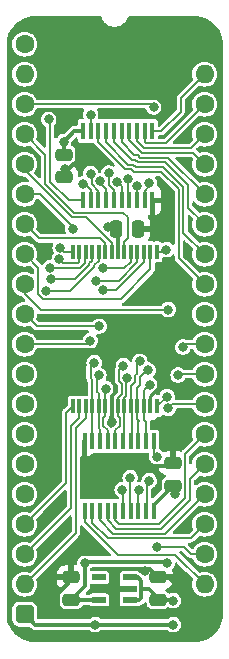
<source format=gtl>
%TF.GenerationSoftware,KiCad,Pcbnew,7.0.5*%
%TF.CreationDate,2024-02-19T15:39:44+02:00*%
%TF.ProjectId,Memory 32KB with Output,4d656d6f-7279-4203-9332-4b4220776974,V0*%
%TF.SameCoordinates,PX6d01460PY32de760*%
%TF.FileFunction,Copper,L1,Top*%
%TF.FilePolarity,Positive*%
%FSLAX46Y46*%
G04 Gerber Fmt 4.6, Leading zero omitted, Abs format (unit mm)*
G04 Created by KiCad (PCBNEW 7.0.5) date 2024-02-19 15:39:44*
%MOMM*%
%LPD*%
G01*
G04 APERTURE LIST*
G04 Aperture macros list*
%AMRoundRect*
0 Rectangle with rounded corners*
0 $1 Rounding radius*
0 $2 $3 $4 $5 $6 $7 $8 $9 X,Y pos of 4 corners*
0 Add a 4 corners polygon primitive as box body*
4,1,4,$2,$3,$4,$5,$6,$7,$8,$9,$2,$3,0*
0 Add four circle primitives for the rounded corners*
1,1,$1+$1,$2,$3*
1,1,$1+$1,$4,$5*
1,1,$1+$1,$6,$7*
1,1,$1+$1,$8,$9*
0 Add four rect primitives between the rounded corners*
20,1,$1+$1,$2,$3,$4,$5,0*
20,1,$1+$1,$4,$5,$6,$7,0*
20,1,$1+$1,$6,$7,$8,$9,0*
20,1,$1+$1,$8,$9,$2,$3,0*%
G04 Aperture macros list end*
%TA.AperFunction,SMDPad,CuDef*%
%ADD10R,1.150000X0.600000*%
%TD*%
%TA.AperFunction,SMDPad,CuDef*%
%ADD11R,0.450000X1.475000*%
%TD*%
%TA.AperFunction,SMDPad,CuDef*%
%ADD12R,0.350000X1.275000*%
%TD*%
%TA.AperFunction,ComponentPad*%
%ADD13C,1.600000*%
%TD*%
%TA.AperFunction,ComponentPad*%
%ADD14O,1.600000X1.600000*%
%TD*%
%TA.AperFunction,ComponentPad*%
%ADD15RoundRect,0.400000X-0.400000X-0.400000X0.400000X-0.400000X0.400000X0.400000X-0.400000X0.400000X0*%
%TD*%
%TA.AperFunction,ComponentPad*%
%ADD16R,1.600000X1.600000*%
%TD*%
%TA.AperFunction,SMDPad,CuDef*%
%ADD17RoundRect,0.250000X0.475000X-0.250000X0.475000X0.250000X-0.475000X0.250000X-0.475000X-0.250000X0*%
%TD*%
%TA.AperFunction,SMDPad,CuDef*%
%ADD18RoundRect,0.250000X-0.475000X0.250000X-0.475000X-0.250000X0.475000X-0.250000X0.475000X0.250000X0*%
%TD*%
%TA.AperFunction,SMDPad,CuDef*%
%ADD19RoundRect,0.250000X-0.250000X-0.475000X0.250000X-0.475000X0.250000X0.475000X-0.250000X0.475000X0*%
%TD*%
%TA.AperFunction,ViaPad*%
%ADD20C,0.800000*%
%TD*%
%TA.AperFunction,Conductor*%
%ADD21C,0.200000*%
%TD*%
%TA.AperFunction,Conductor*%
%ADD22C,0.350000*%
%TD*%
%TA.AperFunction,Conductor*%
%ADD23C,0.380000*%
%TD*%
%TA.AperFunction,Conductor*%
%ADD24C,0.250000*%
%TD*%
G04 APERTURE END LIST*
D10*
%TO.P,IC5,1,VIN*%
%TO.N,/5V*%
X8920000Y-47051000D03*
%TO.P,IC5,2,GND*%
%TO.N,/GND*%
X8920000Y-46101000D03*
%TO.P,IC5,3,EN*%
%TO.N,/5V*%
X8920000Y-45151000D03*
%TO.P,IC5,4,ADJ*%
%TO.N,unconnected-(IC5-ADJ-Pad4)*%
X6320000Y-45151000D03*
%TO.P,IC5,5,VOUT*%
%TO.N,/3.3V*%
X6320000Y-47051000D03*
%TD*%
D11*
%TO.P,IC3,1,~{OE}*%
%TO.N,/L~{OE}*%
X10926000Y-33638000D03*
%TO.P,IC3,2,D0*%
%TO.N,/DM7*%
X10276000Y-33638000D03*
%TO.P,IC3,3,D1*%
%TO.N,/DM6*%
X9626000Y-33638000D03*
%TO.P,IC3,4,D2*%
%TO.N,/DM5*%
X8976000Y-33638000D03*
%TO.P,IC3,5,D3*%
%TO.N,/DM4*%
X8326000Y-33638000D03*
%TO.P,IC3,6,D4*%
%TO.N,/DM3*%
X7676000Y-33638000D03*
%TO.P,IC3,7,D5*%
%TO.N,/DM2*%
X7026000Y-33638000D03*
%TO.P,IC3,8,D6*%
%TO.N,/DM1*%
X6376000Y-33638000D03*
%TO.P,IC3,9,D7*%
%TO.N,/DM0*%
X5726000Y-33638000D03*
%TO.P,IC3,10,GND*%
%TO.N,/GND*%
X5076000Y-33638000D03*
%TO.P,IC3,11,LE*%
%TO.N,/LLE*%
X5076000Y-39514000D03*
%TO.P,IC3,12,Q7*%
%TO.N,/LQ0*%
X5726000Y-39514000D03*
%TO.P,IC3,13,Q6*%
%TO.N,/LQ1*%
X6376000Y-39514000D03*
%TO.P,IC3,14,Q5*%
%TO.N,/LQ2*%
X7026000Y-39514000D03*
%TO.P,IC3,15,Q4*%
%TO.N,/LQ3*%
X7676000Y-39514000D03*
%TO.P,IC3,16,Q3*%
%TO.N,/LQ4*%
X8326000Y-39514000D03*
%TO.P,IC3,17,Q2*%
%TO.N,/LQ5*%
X8976000Y-39514000D03*
%TO.P,IC3,18,Q1*%
%TO.N,/LQ6*%
X9626000Y-39514000D03*
%TO.P,IC3,19,Q0*%
%TO.N,/LQ7*%
X10276000Y-39514000D03*
%TO.P,IC3,20,3V*%
%TO.N,/3.3V*%
X10926000Y-39514000D03*
%TD*%
%TO.P,IC2,1,DIR*%
%TO.N,/TDIR*%
X4949000Y-13225000D03*
%TO.P,IC2,2,A0*%
%TO.N,/DM0*%
X5599000Y-13225000D03*
%TO.P,IC2,3,A1*%
%TO.N,/DM1*%
X6249000Y-13225000D03*
%TO.P,IC2,4,A2*%
%TO.N,/DM2*%
X6899000Y-13225000D03*
%TO.P,IC2,5,A3*%
%TO.N,/DM3*%
X7549000Y-13225000D03*
%TO.P,IC2,6,A4*%
%TO.N,/DM4*%
X8199000Y-13225000D03*
%TO.P,IC2,7,A5*%
%TO.N,/DM5*%
X8849000Y-13225000D03*
%TO.P,IC2,8,A6*%
%TO.N,/DM6*%
X9499000Y-13225000D03*
%TO.P,IC2,9,A7*%
%TO.N,/DM7*%
X10149000Y-13225000D03*
%TO.P,IC2,10,GND*%
%TO.N,/GND*%
X10799000Y-13225000D03*
%TO.P,IC2,11,B7*%
%TO.N,/D7*%
X10799000Y-7349000D03*
%TO.P,IC2,12,B6*%
%TO.N,/D6*%
X10149000Y-7349000D03*
%TO.P,IC2,13,B5*%
%TO.N,/D5*%
X9499000Y-7349000D03*
%TO.P,IC2,14,B4*%
%TO.N,/D4*%
X8849000Y-7349000D03*
%TO.P,IC2,15,B3*%
%TO.N,/D3*%
X8199000Y-7349000D03*
%TO.P,IC2,16,B2*%
%TO.N,/D2*%
X7549000Y-7349000D03*
%TO.P,IC2,17,B1*%
%TO.N,/D1*%
X6899000Y-7349000D03*
%TO.P,IC2,18,B0*%
%TO.N,/D0*%
X6249000Y-7349000D03*
%TO.P,IC2,19,~{OE}*%
%TO.N,/T~{OE}*%
X5599000Y-7349000D03*
%TO.P,IC2,20,3V*%
%TO.N,/3.3V*%
X4949000Y-7349000D03*
%TD*%
D12*
%TO.P,IC1,1,~{OE}*%
%TO.N,/M~{OE}*%
X11200000Y-17587000D03*
%TO.P,IC1,2,A11*%
%TO.N,/M11*%
X10650000Y-17587000D03*
%TO.P,IC1,3,A9*%
%TO.N,/M9*%
X10100000Y-17587000D03*
%TO.P,IC1,4,A8*%
%TO.N,/M8*%
X9550000Y-17587000D03*
%TO.P,IC1,5,A13*%
%TO.N,/M13*%
X9000000Y-17587000D03*
%TO.P,IC1,6,~{WE}*%
%TO.N,/M~{WE}*%
X8450000Y-17587000D03*
%TO.P,IC1,7,5V*%
%TO.N,/5V*%
X7900000Y-17587000D03*
%TO.P,IC1,8,A14*%
%TO.N,/M14*%
X7350000Y-17587000D03*
%TO.P,IC1,9,A12*%
%TO.N,/M12*%
X6800000Y-17587000D03*
%TO.P,IC1,10,A7*%
%TO.N,/M7*%
X6250000Y-17587000D03*
%TO.P,IC1,11,A6*%
%TO.N,/M6*%
X5700000Y-17587000D03*
%TO.P,IC1,12,A5*%
%TO.N,/M5*%
X5150000Y-17587000D03*
%TO.P,IC1,13,A4*%
%TO.N,/M4*%
X4600000Y-17587000D03*
%TO.P,IC1,14,A3*%
%TO.N,/M3*%
X4050000Y-17587000D03*
%TO.P,IC1,15,A2*%
%TO.N,/M2*%
X4050000Y-30663000D03*
%TO.P,IC1,16,A1*%
%TO.N,/M1*%
X4600000Y-30663000D03*
%TO.P,IC1,17,A0*%
%TO.N,/M0*%
X5150000Y-30663000D03*
%TO.P,IC1,18,I/O0*%
%TO.N,/DM0*%
X5700000Y-30663000D03*
%TO.P,IC1,19,I/O1*%
%TO.N,/DM1*%
X6250000Y-30663000D03*
%TO.P,IC1,20,I/O2*%
%TO.N,/DM2*%
X6800000Y-30663000D03*
%TO.P,IC1,21,GND*%
%TO.N,/GND*%
X7350000Y-30663000D03*
%TO.P,IC1,22,I/O3*%
%TO.N,/DM3*%
X7900000Y-30663000D03*
%TO.P,IC1,23,I/O4*%
%TO.N,/DM4*%
X8450000Y-30663000D03*
%TO.P,IC1,24,I/O5*%
%TO.N,/DM5*%
X9000000Y-30663000D03*
%TO.P,IC1,25,I/O6*%
%TO.N,/DM6*%
X9550000Y-30663000D03*
%TO.P,IC1,26,I/O7*%
%TO.N,/DM7*%
X10100000Y-30663000D03*
%TO.P,IC1,27,~{CE}*%
%TO.N,/GND*%
X10650000Y-30663000D03*
%TO.P,IC1,28,A10*%
%TO.N,/M10*%
X11200000Y-30663000D03*
%TD*%
D13*
%TO.P,J1,1,Pin_1*%
%TO.N,/T~{OE}*%
X0Y0D03*
D14*
%TO.P,J1,2,Pin_2*%
%TO.N,/TDIR*%
X0Y-2540000D03*
D13*
%TO.P,J1,3,Pin_3*%
%TO.N,/M~{OE}*%
X0Y-5080000D03*
%TO.P,J1,4,Pin_4*%
%TO.N,/M~{WE}*%
X0Y-7620000D03*
%TO.P,J1,5,Pin_5*%
%TO.N,/M14*%
X0Y-10160000D03*
%TO.P,J1,6,Pin_6*%
%TO.N,/M13*%
X0Y-12700000D03*
%TO.P,J1,7,Pin_7*%
%TO.N,/M12*%
X0Y-15240000D03*
%TO.P,J1,8,Pin_8*%
%TO.N,/M11*%
X0Y-17780000D03*
%TO.P,J1,9,Pin_9*%
%TO.N,/M10*%
X0Y-20320000D03*
%TO.P,J1,10,Pin_10*%
%TO.N,/M9*%
X0Y-22860000D03*
%TO.P,J1,11,Pin_11*%
%TO.N,/M8*%
X0Y-25400000D03*
%TO.P,J1,12,Pin_12*%
%TO.N,/M7*%
X0Y-27940000D03*
%TO.P,J1,13,Pin_13*%
%TO.N,/M6*%
X0Y-30480000D03*
%TO.P,J1,14,Pin_14*%
%TO.N,/M5*%
X0Y-33020000D03*
%TO.P,J1,15,Pin_15*%
%TO.N,/M4*%
X0Y-35560000D03*
%TO.P,J1,16,Pin_16*%
%TO.N,/M3*%
X0Y-38100000D03*
%TO.P,J1,17,Pin_17*%
%TO.N,/M2*%
X0Y-40640000D03*
%TO.P,J1,18,Pin_18*%
%TO.N,/M1*%
X0Y-43180000D03*
D14*
%TO.P,J1,19,Pin_19*%
%TO.N,/M0*%
X0Y-45720000D03*
D15*
%TO.P,J1,20,Pin_20*%
%TO.N,/5V*%
X0Y-48260000D03*
D14*
%TO.P,J1,21,Pin_21*%
%TO.N,/GND*%
X15240000Y-48260000D03*
%TO.P,J1,22,Pin_22*%
%TO.N,/LLE*%
X15240000Y-45720000D03*
D13*
%TO.P,J1,23,Pin_23*%
%TO.N,/L~{OE}*%
X15240000Y-43180000D03*
%TO.P,J1,24,Pin_24*%
%TO.N,/LQ0*%
X15240000Y-40640000D03*
%TO.P,J1,25,Pin_25*%
%TO.N,/LQ1*%
X15240000Y-38100000D03*
%TO.P,J1,26,Pin_26*%
%TO.N,/LQ2*%
X15240000Y-35560000D03*
%TO.P,J1,27,Pin_27*%
%TO.N,/LQ3*%
X15240000Y-33020000D03*
%TO.P,J1,28,Pin_28*%
%TO.N,/LQ4*%
X15240000Y-30480000D03*
%TO.P,J1,29,Pin_29*%
%TO.N,/LQ5*%
X15240000Y-27940000D03*
%TO.P,J1,30,Pin_30*%
%TO.N,/LQ6*%
X15240000Y-25400000D03*
%TO.P,J1,31,Pin_31*%
%TO.N,/LQ7*%
X15240000Y-22860000D03*
%TO.P,J1,32,Pin_32*%
%TO.N,/D0*%
X15240000Y-20320000D03*
%TO.P,J1,33,Pin_33*%
%TO.N,/D1*%
X15240000Y-17780000D03*
%TO.P,J1,34,Pin_34*%
%TO.N,/D2*%
X15240000Y-15240000D03*
%TO.P,J1,35,Pin_35*%
%TO.N,/D3*%
X15240000Y-12700000D03*
%TO.P,J1,36,Pin_36*%
%TO.N,/D4*%
X15240000Y-10160000D03*
%TO.P,J1,37,Pin_37*%
%TO.N,/D5*%
X15240000Y-7620000D03*
%TO.P,J1,38,Pin_38*%
%TO.N,/D6*%
X15240000Y-5080000D03*
D14*
%TO.P,J1,39,Pin_39*%
%TO.N,/D7*%
X15240000Y-2540000D03*
D16*
%TO.P,J1,40,Pin_40*%
%TO.N,/GND*%
X15240000Y0D03*
%TD*%
D17*
%TO.P,C5,1*%
%TO.N,/3.3V*%
X3937000Y-47035000D03*
%TO.P,C5,2*%
%TO.N,/GND*%
X3937000Y-45135000D03*
%TD*%
%TO.P,C4,1*%
%TO.N,/5V*%
X11303000Y-47035000D03*
%TO.P,C4,2*%
%TO.N,/GND*%
X11303000Y-45135000D03*
%TD*%
D18*
%TO.P,C2,2*%
%TO.N,/GND*%
X3302000Y-11253000D03*
%TO.P,C2,1*%
%TO.N,/3.3V*%
X3302000Y-9353000D03*
%TD*%
D19*
%TO.P,C1,1*%
%TO.N,/5V*%
X7702000Y-15621000D03*
%TO.P,C1,2*%
%TO.N,/GND*%
X9602000Y-15621000D03*
%TD*%
D17*
%TO.P,C3,1*%
%TO.N,/3.3V*%
X12573000Y-37383000D03*
%TO.P,C3,2*%
%TO.N,/GND*%
X12573000Y-35483000D03*
%TD*%
D20*
%TO.N,/GND*%
X7350000Y-32004000D03*
X3429002Y-10541000D03*
%TO.N,/5V*%
X12573000Y-47117000D03*
X5968998Y-49149000D03*
X12573000Y-49149000D03*
X7041000Y-15494004D03*
%TO.N,/GND*%
X10160000Y-44603000D03*
X6731000Y-35526000D03*
X11365000Y-24003000D03*
X11449202Y-16256000D03*
X6350000Y-10160000D03*
%TO.N,/3.3V*%
X12700002Y-38100000D03*
X12065000Y-43940000D03*
X5080002Y-43942000D03*
X3302000Y-8255000D03*
%TO.N,/M~{OE}*%
X10922000Y-5334000D03*
X11990018Y-17399000D03*
%TO.N,/M9*%
X6604000Y-20844887D03*
X6301000Y-23876000D03*
%TO.N,/M8*%
X5554493Y-25099491D03*
X6037719Y-20020672D03*
%TO.N,/M13*%
X6604000Y-18982648D03*
X4064000Y-15621000D03*
%TO.N,/M7*%
X1843649Y-20890434D03*
%TO.N,/M6*%
X2206975Y-19914294D03*
%TO.N,/M5*%
X2172548Y-18915331D03*
%TO.N,/M4*%
X2925775Y-18215331D03*
%TO.N,/M3*%
X2992276Y-17217542D03*
%TO.N,/DM0*%
X4953000Y-11846962D03*
X5883032Y-26962984D03*
%TO.N,/DM1*%
X6283032Y-28010052D03*
X5588000Y-10952511D03*
%TO.N,/DM2*%
X6377173Y-11584172D03*
X6861501Y-29160005D03*
%TO.N,/DM3*%
X7113647Y-10907702D03*
X8345679Y-27218377D03*
%TO.N,/DM4*%
X7802187Y-11638231D03*
X8679000Y-28239921D03*
%TO.N,/DM5*%
X9745679Y-26840087D03*
X8770117Y-11387000D03*
%TO.N,/DM6*%
X10445679Y-27597892D03*
X9536462Y-12029434D03*
%TO.N,/DM7*%
X10582942Y-28817252D03*
X10540998Y-11716999D03*
%TO.N,/M10*%
X12048617Y-29828617D03*
X12152035Y-22463313D03*
%TO.N,/TDIR*%
X2032000Y-6350000D03*
%TO.N,/T~{OE}*%
X5588000Y-5969000D03*
%TO.N,/L~{OE}*%
X11176000Y-34925000D03*
X11176000Y-42540000D03*
%TO.N,/LQ7*%
X10541000Y-36957000D03*
%TO.N,/LQ6*%
X13390000Y-25649785D03*
X9668431Y-37719004D03*
%TO.N,/LQ5*%
X12990000Y-28019847D03*
X8925999Y-36703000D03*
%TO.N,/LQ4*%
X8255000Y-37719000D03*
X12160365Y-30829365D03*
%TD*%
D21*
%TO.N,/DM1*%
X6250000Y-32512000D02*
X6376000Y-32638000D01*
X6376000Y-32638000D02*
X6376000Y-33638000D01*
X6250000Y-30663000D02*
X6250000Y-32512000D01*
%TO.N,/DM0*%
X5700000Y-30663000D02*
X5700000Y-33612000D01*
%TO.N,/D0*%
X6249000Y-8317011D02*
X6249000Y-7349000D01*
X8529989Y-10598000D02*
X6249000Y-8317011D01*
X9023604Y-10598000D02*
X8529989Y-10598000D01*
X9220605Y-10795000D02*
X9023604Y-10598000D01*
X13043000Y-12281000D02*
X11557000Y-10795000D01*
X13043000Y-18123000D02*
X13043000Y-12281000D01*
X15240000Y-20320000D02*
X13043000Y-18123000D01*
%TO.N,/D2*%
X13843000Y-13843000D02*
X15240000Y-15240000D01*
X13843000Y-11949629D02*
X13843000Y-13843000D01*
X11888371Y-9995000D02*
X13843000Y-11949629D01*
X9551976Y-9995000D02*
X11888371Y-9995000D01*
X9060500Y-9798000D02*
X9354974Y-9798000D01*
X7549000Y-8286500D02*
X9060500Y-9798000D01*
X9354974Y-9798000D02*
X9551976Y-9995000D01*
X7549000Y-7349000D02*
X7549000Y-8286500D01*
%TO.N,/D1*%
X8779989Y-10198000D02*
X6899000Y-8317011D01*
X6899000Y-8317011D02*
X6899000Y-7349000D01*
X9189289Y-10198000D02*
X8779989Y-10198000D01*
X9386290Y-10395000D02*
X9189289Y-10198000D01*
%TO.N,/D0*%
X11557000Y-10795000D02*
X9220605Y-10795000D01*
%TO.N,/D1*%
X13443000Y-12115314D02*
X11722685Y-10395000D01*
X11722685Y-10395000D02*
X9386290Y-10395000D01*
X13443000Y-15983000D02*
X13443000Y-12115314D01*
X15240000Y-17780000D02*
X13443000Y-15983000D01*
%TO.N,/DM0*%
X5583032Y-27262984D02*
X5883032Y-26962984D01*
X5583032Y-28300002D02*
X5583032Y-27262984D01*
X5700000Y-28416970D02*
X5583032Y-28300002D01*
X5700000Y-30663000D02*
X5700000Y-28416970D01*
%TO.N,/DM1*%
X6161501Y-29449955D02*
X6161501Y-28131583D01*
X6250000Y-29538454D02*
X6161501Y-29449955D01*
X6250000Y-30663000D02*
X6250000Y-29538454D01*
X6161501Y-28131583D02*
X6283032Y-28010052D01*
%TO.N,/DM3*%
X7979000Y-27585056D02*
X8345679Y-27218377D01*
X7979000Y-28529871D02*
X7979000Y-27585056D01*
X8200000Y-28750871D02*
X7979000Y-28529871D01*
X8200000Y-29619797D02*
X8200000Y-28750871D01*
X7900000Y-30663000D02*
X7900000Y-29919798D01*
D22*
%TO.N,/GND*%
X7570679Y-27321626D02*
X7570679Y-25576321D01*
X7504000Y-27388304D02*
X7570679Y-27321626D01*
X7504000Y-28726622D02*
X7504000Y-27388304D01*
X7725000Y-28947623D02*
X7504000Y-28726622D01*
X7725000Y-29423046D02*
X7725000Y-28947623D01*
X7570679Y-25576321D02*
X7620000Y-25527000D01*
X7350000Y-30663000D02*
X7350000Y-29798046D01*
D21*
%TO.N,/DM3*%
X7900000Y-29919798D02*
X8200000Y-29619797D01*
D22*
%TO.N,/GND*%
X7350000Y-29798046D02*
X7725000Y-29423046D01*
D21*
%TO.N,/DM4*%
X8450000Y-33514000D02*
X8450000Y-30663000D01*
%TO.N,/DM3*%
X7676000Y-32700500D02*
X7676000Y-33638000D01*
X8050000Y-31650500D02*
X8050000Y-32326500D01*
X7900000Y-31500500D02*
X8050000Y-31650500D01*
X7900000Y-30663000D02*
X7900000Y-31500500D01*
D22*
%TO.N,/GND*%
X7350000Y-30663000D02*
X7350000Y-32004000D01*
D21*
%TO.N,/DM3*%
X8050000Y-32326500D02*
X7676000Y-32700500D01*
%TO.N,/DM2*%
X7026000Y-32700500D02*
X7026000Y-33638000D01*
X6650000Y-31650500D02*
X6650000Y-32324500D01*
X6800000Y-31500500D02*
X6650000Y-31650500D01*
X6800000Y-30663000D02*
X6800000Y-31500500D01*
X6650000Y-32324500D02*
X7026000Y-32700500D01*
D23*
%TO.N,/3.3V*%
X10950000Y-39006000D02*
X12573000Y-37383000D01*
D21*
%TO.N,/LQ7*%
X10368431Y-37129569D02*
X10541000Y-36957000D01*
X10368431Y-39421569D02*
X10368431Y-37129569D01*
%TO.N,/LQ6*%
X9626000Y-37761435D02*
X9668431Y-37719004D01*
X9626000Y-39514000D02*
X9626000Y-37761435D01*
%TO.N,/LQ5*%
X8955000Y-36732001D02*
X8925999Y-36703000D01*
X8955000Y-39493000D02*
X8955000Y-36732001D01*
%TO.N,/LQ4*%
X8326000Y-37790000D02*
X8255000Y-37719000D01*
X8326000Y-39514000D02*
X8326000Y-37790000D01*
%TO.N,/LQ3*%
X7676000Y-40315000D02*
X7676000Y-39514000D01*
X8001000Y-40640000D02*
X7676000Y-40315000D01*
X11403950Y-40640000D02*
X8001000Y-40640000D01*
X13598000Y-38445950D02*
X11403950Y-40640000D01*
X13598000Y-34662000D02*
X13598000Y-38445950D01*
X15240000Y-33020000D02*
X13598000Y-34662000D01*
%TO.N,/LQ2*%
X7026000Y-40324500D02*
X7026000Y-39514000D01*
X7741500Y-41040000D02*
X7026000Y-40324500D01*
X11569635Y-41040000D02*
X7741500Y-41040000D01*
X13998000Y-38611636D02*
X11569635Y-41040000D01*
X13998000Y-36802000D02*
X13998000Y-38611636D01*
X15240000Y-35560000D02*
X13998000Y-36802000D01*
%TO.N,/LQ1*%
X6376000Y-40324500D02*
X6376000Y-39514000D01*
X7491500Y-41440000D02*
X6376000Y-40324500D01*
X11900000Y-41440000D02*
X7491500Y-41440000D01*
X15240000Y-38100000D02*
X11900000Y-41440000D01*
%TO.N,/LQ0*%
X5726000Y-40524000D02*
X5726000Y-39514000D01*
X7042000Y-41840000D02*
X5726000Y-40524000D01*
X14040000Y-41840000D02*
X7042000Y-41840000D01*
X15240000Y-40640000D02*
X14040000Y-41840000D01*
%TO.N,/LLE*%
X7876315Y-43240000D02*
X12760000Y-43240000D01*
X5076000Y-40439685D02*
X7876315Y-43240000D01*
X5076000Y-39514000D02*
X5076000Y-40439685D01*
D23*
%TO.N,/GND*%
X5681000Y-35526000D02*
X5076000Y-34921000D01*
X6731000Y-35526000D02*
X5681000Y-35526000D01*
X5076000Y-34921000D02*
X5076000Y-33638000D01*
D21*
%TO.N,/LLE*%
X12760000Y-43240000D02*
X15240000Y-45720000D01*
%TO.N,/DM6*%
X9626000Y-31903000D02*
X9626000Y-33638000D01*
X9652000Y-31877000D02*
X9626000Y-31903000D01*
X9550000Y-31775000D02*
X9652000Y-31877000D01*
%TO.N,/DM7*%
X10276000Y-32015000D02*
X10276000Y-33638000D01*
X10287000Y-32004000D02*
X10276000Y-32015000D01*
X10100000Y-31817000D02*
X10287000Y-32004000D01*
%TO.N,/L~{OE}*%
X10926000Y-33638000D02*
X10926000Y-34675000D01*
%TO.N,/DM6*%
X9550000Y-30663000D02*
X9550000Y-31775000D01*
%TO.N,/L~{OE}*%
X10926000Y-34675000D02*
X11176000Y-34925000D01*
%TO.N,/DM5*%
X9055000Y-30718000D02*
X9055000Y-33559000D01*
%TO.N,/DM7*%
X10100000Y-30663000D02*
X10100000Y-31817000D01*
D23*
%TO.N,/3.3V*%
X5080002Y-43942000D02*
X5209002Y-43813000D01*
X5209002Y-43813000D02*
X11938000Y-43813000D01*
X11938000Y-43813000D02*
X12065000Y-43940000D01*
D21*
%TO.N,/L~{OE}*%
X13468630Y-42540000D02*
X11176000Y-42540000D01*
X14108630Y-43180000D02*
X13468630Y-42540000D01*
X15240000Y-43180000D02*
X14108630Y-43180000D01*
D23*
%TO.N,/5V*%
X9885000Y-45445229D02*
X9885000Y-46101000D01*
X9590771Y-45151000D02*
X9885000Y-45445229D01*
X8920000Y-45151000D02*
X9590771Y-45151000D01*
%TO.N,/GND*%
X10302000Y-44461000D02*
X10160000Y-44603000D01*
X10018000Y-44461000D02*
X10160000Y-44603000D01*
X7874000Y-44542000D02*
X7955000Y-44461000D01*
X11303000Y-45135000D02*
X10629000Y-44461000D01*
X7874000Y-46010000D02*
X7874000Y-44542000D01*
X7955000Y-44461000D02*
X10018000Y-44461000D01*
X10629000Y-44461000D02*
X10302000Y-44461000D01*
X3728804Y-10541000D02*
X3429002Y-10541000D01*
X4109804Y-10160000D02*
X3728804Y-10541000D01*
X6350000Y-10160000D02*
X4109804Y-10160000D01*
X3302000Y-10668002D02*
X3429002Y-10541000D01*
X3302000Y-11013608D02*
X3302000Y-10668002D01*
D21*
%TO.N,/M8*%
X7978828Y-20020672D02*
X6037719Y-20020672D01*
X9550000Y-17587000D02*
X9550000Y-18449500D01*
%TO.N,/M9*%
X7720298Y-20844887D02*
X6604000Y-20844887D01*
X10100000Y-18465185D02*
X7720298Y-20844887D01*
X10100000Y-17587000D02*
X10100000Y-18465185D01*
%TO.N,/M8*%
X9550000Y-18449500D02*
X7978828Y-20020672D01*
D23*
%TO.N,/5V*%
X11303000Y-46863000D02*
X10541000Y-46101000D01*
X12573000Y-49149000D02*
X5968998Y-49149000D01*
X9885000Y-46101000D02*
X9885000Y-46884000D01*
X11303000Y-47035000D02*
X12491000Y-47035000D01*
X9718000Y-47051000D02*
X8920000Y-47051000D01*
X12491000Y-47035000D02*
X12573000Y-47117000D01*
X10541000Y-46101000D02*
X9885000Y-46101000D01*
D22*
X7900000Y-17587000D02*
X7900000Y-15931000D01*
D23*
X889000Y-49149000D02*
X5968998Y-49149000D01*
X0Y-48260000D02*
X889000Y-49149000D01*
D22*
X7575004Y-15494004D02*
X7041000Y-15494004D01*
D23*
X9885000Y-46884000D02*
X9718000Y-47051000D01*
D24*
%TO.N,/GND*%
X11665861Y-26651861D02*
X10541000Y-25527000D01*
D23*
X12115000Y-45135000D02*
X11303000Y-45135000D01*
X7493000Y-48006000D02*
X7874000Y-47625000D01*
D22*
X7620000Y-25436752D02*
X9053752Y-24003000D01*
D23*
X2822000Y-47550097D02*
X3277903Y-48006000D01*
D22*
X9602000Y-15621000D02*
X10814202Y-15621000D01*
D24*
X10541000Y-25527000D02*
X7620000Y-25527000D01*
D23*
X15240000Y-48260000D02*
X12115000Y-45135000D01*
X7874000Y-47625000D02*
X7874000Y-46010000D01*
X15240000Y-48260000D02*
X8509000Y-48260000D01*
X3937000Y-45404903D02*
X2822000Y-46519903D01*
X6920000Y-35715000D02*
X6731000Y-35526000D01*
X8509000Y-48260000D02*
X7874000Y-47625000D01*
D24*
X10650000Y-30663000D02*
X10650000Y-29775500D01*
X10650000Y-29775500D02*
X11665861Y-28759639D01*
D22*
X7620000Y-25527000D02*
X7620000Y-25436752D01*
D24*
X11665861Y-28759639D02*
X11665861Y-26651861D01*
D23*
X7874000Y-46010000D02*
X7965000Y-46101000D01*
D22*
X9053752Y-24003000D02*
X11365000Y-24003000D01*
D23*
X3277903Y-48006000D02*
X7493000Y-48006000D01*
X7965000Y-46101000D02*
X8920000Y-46101000D01*
D22*
X10814202Y-15621000D02*
X11449202Y-16256000D01*
D23*
X12341000Y-35715000D02*
X6920000Y-35715000D01*
X2822000Y-46519903D02*
X2822000Y-47550097D01*
%TO.N,/3.3V*%
X3937000Y-47035000D02*
X6304000Y-47035000D01*
X3302000Y-8255000D02*
X4208000Y-7349000D01*
X3937000Y-47035000D02*
X5080002Y-45891998D01*
X4208000Y-7349000D02*
X4949000Y-7349000D01*
X12573000Y-37972998D02*
X12700002Y-38100000D01*
X5080002Y-45891998D02*
X5080002Y-43942000D01*
X12573000Y-37383000D02*
X12573000Y-37972998D01*
X3302000Y-9383511D02*
X3302000Y-8255000D01*
D21*
%TO.N,/M~{OE}*%
X10922000Y-5334000D02*
X10668000Y-5080000D01*
X11802018Y-17587000D02*
X11990018Y-17399000D01*
X11200000Y-17587000D02*
X11802018Y-17587000D01*
X10668000Y-5080000D02*
X0Y-5080000D01*
%TO.N,/M11*%
X1150000Y-20796346D02*
X1150000Y-18930000D01*
X1517025Y-21590339D02*
X1106975Y-21180289D01*
X1150000Y-18930000D02*
X0Y-17780000D01*
X1106975Y-20839371D02*
X1150000Y-20796346D01*
X10650000Y-17587000D02*
X10650000Y-19068000D01*
X8127661Y-21590339D02*
X1517025Y-21590339D01*
X10650000Y-19068000D02*
X8127661Y-21590339D01*
X1106975Y-21180289D02*
X1106975Y-20839371D01*
%TO.N,/M9*%
X0Y-22860000D02*
X1016000Y-23876000D01*
X1016000Y-23876000D02*
X6301000Y-23876000D01*
%TO.N,/M8*%
X0Y-25400000D02*
X5253984Y-25400000D01*
X5253984Y-25400000D02*
X5554493Y-25099491D01*
%TO.N,/M13*%
X8441852Y-18982648D02*
X6604000Y-18982648D01*
X9000000Y-18424500D02*
X8441852Y-18982648D01*
X4064000Y-15494000D02*
X4064000Y-15621000D01*
X1270000Y-12700000D02*
X4064000Y-15494000D01*
X9000000Y-17587000D02*
X9000000Y-18424500D01*
X0Y-12700000D02*
X1270000Y-12700000D01*
%TO.N,/M~{WE}*%
X0Y-7620000D02*
X1759000Y-9379000D01*
X8450000Y-16724500D02*
X8450000Y-17587000D01*
X1759000Y-11809013D02*
X4212487Y-14262500D01*
X1759000Y-9379000D02*
X1759000Y-11809013D01*
X8354317Y-14262500D02*
X8756000Y-14664183D01*
X4212487Y-14262500D02*
X8354317Y-14262500D01*
X8756000Y-16418500D02*
X8450000Y-16724500D01*
X8756000Y-14664183D02*
X8756000Y-16418500D01*
%TO.N,/M14*%
X4046802Y-14662500D02*
X5178523Y-14662500D01*
X0Y-10615698D02*
X4046802Y-14662500D01*
X7350000Y-16833977D02*
X7350000Y-17587000D01*
X5178523Y-14662500D02*
X7350000Y-16833977D01*
%TO.N,/M12*%
X6800000Y-16854750D02*
X6393250Y-16448000D01*
X1208000Y-16448000D02*
X0Y-15240000D01*
X6800000Y-17587000D02*
X6800000Y-16854750D01*
X6393250Y-16448000D02*
X1208000Y-16448000D01*
%TO.N,/M7*%
X6250000Y-17587000D02*
X6250000Y-18346698D01*
X5875000Y-18721698D02*
X5875000Y-18871555D01*
X5875000Y-18871555D02*
X3856121Y-20890434D01*
X6250000Y-18346698D02*
X5875000Y-18721698D01*
X3856121Y-20890434D02*
X1843649Y-20890434D01*
%TO.N,/M6*%
X5475000Y-18556012D02*
X5475000Y-18705870D01*
X5700000Y-18331012D02*
X5475000Y-18556012D01*
X5475000Y-18705870D02*
X4266576Y-19914294D01*
X5700000Y-17587000D02*
X5700000Y-18331012D01*
X4266576Y-19914294D02*
X2206975Y-19914294D01*
%TO.N,/M5*%
X5075000Y-17662000D02*
X5075000Y-18540185D01*
X3409315Y-18924500D02*
X3400146Y-18915331D01*
X5075000Y-18540185D02*
X4690685Y-18924500D01*
X3400146Y-18915331D02*
X2172548Y-18915331D01*
X4690685Y-18924500D02*
X3409315Y-18924500D01*
%TO.N,/M4*%
X4600000Y-17587000D02*
X4600000Y-18449500D01*
X4525000Y-18524500D02*
X3575000Y-18524500D01*
X4525000Y-18515331D02*
X4525000Y-18524500D01*
X4534169Y-18515331D02*
X4525000Y-18515331D01*
X3575000Y-18524500D02*
X3575000Y-18515331D01*
X3575000Y-18515331D02*
X3225775Y-18515331D01*
X4600000Y-18449500D02*
X4534169Y-18515331D01*
X3225775Y-18515331D02*
X2925775Y-18215331D01*
%TO.N,/M3*%
X3361734Y-17587000D02*
X2992276Y-17217542D01*
X4050000Y-17587000D02*
X3361734Y-17587000D01*
%TO.N,/M2*%
X3518000Y-31195000D02*
X3518000Y-37122000D01*
X3518000Y-37122000D02*
X0Y-40640000D01*
X4050000Y-30663000D02*
X3518000Y-31195000D01*
%TO.N,/M1*%
X4600000Y-31652686D02*
X3918000Y-32334686D01*
X3918000Y-32334686D02*
X3918000Y-39262000D01*
X3918000Y-39262000D02*
X0Y-43180000D01*
X4600000Y-30663000D02*
X4600000Y-31652686D01*
%TO.N,/M0*%
X5150000Y-31668371D02*
X4318000Y-32500371D01*
X4318000Y-32500371D02*
X4318000Y-41402000D01*
X5150000Y-30663000D02*
X5150000Y-31668371D01*
X4318000Y-41402000D02*
X0Y-45720000D01*
%TO.N,/DM0*%
X5599000Y-12361636D02*
X5084326Y-11846962D01*
X5599000Y-13225000D02*
X5599000Y-12361636D01*
X5084326Y-11846962D02*
X4953000Y-11846962D01*
%TO.N,/DM1*%
X5665709Y-11030220D02*
X5588000Y-10952511D01*
X5665709Y-11862659D02*
X5665709Y-11030220D01*
X6249000Y-12445950D02*
X5665709Y-11862659D01*
X6249000Y-13225000D02*
X6249000Y-12445950D01*
%TO.N,/DM2*%
X6377173Y-11768853D02*
X6377173Y-11584172D01*
X6800000Y-29221506D02*
X6861501Y-29160005D01*
X6800000Y-30663000D02*
X6800000Y-29221506D01*
X6899000Y-13225000D02*
X6899000Y-12290680D01*
X6899000Y-12290680D02*
X6377173Y-11768853D01*
%TO.N,/DM3*%
X7102187Y-11928181D02*
X7102187Y-10919162D01*
X7102187Y-10919162D02*
X7113647Y-10907702D01*
X7549000Y-12374994D02*
X7102187Y-11928181D01*
X7549000Y-13225000D02*
X7549000Y-12374994D01*
%TO.N,/DM4*%
X8450000Y-29935482D02*
X8600000Y-29785482D01*
X8199000Y-13225000D02*
X8199000Y-12035044D01*
X8199000Y-12035044D02*
X7802187Y-11638231D01*
X8600000Y-29785482D02*
X8600000Y-28318921D01*
X8450000Y-30663000D02*
X8450000Y-29935482D01*
X8600000Y-28318921D02*
X8679000Y-28239921D01*
%TO.N,/DM5*%
X9379000Y-28028315D02*
X9517884Y-27889431D01*
X9000000Y-30663000D02*
X9000000Y-28968045D01*
X9379000Y-28589045D02*
X9379000Y-28028315D01*
X9517884Y-27067882D02*
X9745679Y-26840087D01*
X9000000Y-28968045D02*
X9379000Y-28589045D01*
X8770117Y-13146117D02*
X8770117Y-11387000D01*
X9517884Y-27889431D02*
X9517884Y-27067882D01*
%TO.N,/DM6*%
X9550000Y-29078812D02*
X9779000Y-28849812D01*
X9550000Y-30663000D02*
X9550000Y-29078812D01*
X9499000Y-13225000D02*
X9499000Y-12066896D01*
X9779000Y-28849812D02*
X9779000Y-28194000D01*
X10375108Y-27597892D02*
X10445679Y-27597892D01*
X9499000Y-12066896D02*
X9536462Y-12029434D01*
X9779000Y-28194000D02*
X10375108Y-27597892D01*
%TO.N,/DM7*%
X10149000Y-12389150D02*
X10540998Y-11997152D01*
X10100000Y-29300194D02*
X10582942Y-28817252D01*
X10100000Y-30663000D02*
X10100000Y-29300194D01*
X10540998Y-11997152D02*
X10540998Y-11716999D01*
X10149000Y-13225000D02*
X10149000Y-12389150D01*
%TO.N,/M10*%
X0Y-21113654D02*
X1384346Y-22498000D01*
X11200000Y-30663000D02*
X12034383Y-29828617D01*
X1384346Y-22498000D02*
X12117348Y-22498000D01*
X12034383Y-29828617D02*
X12048617Y-29828617D01*
X0Y-20320000D02*
X0Y-21113654D01*
X12117348Y-22498000D02*
X12152035Y-22463313D01*
%TO.N,/TDIR*%
X3740672Y-13225000D02*
X2159000Y-11643328D01*
X2159000Y-11643328D02*
X2159000Y-6477000D01*
X2159000Y-6477000D02*
X2032000Y-6350000D01*
X4949000Y-13225000D02*
X3740672Y-13225000D01*
%TO.N,/D7*%
X15240000Y-2540000D02*
X13208000Y-4572000D01*
X13208000Y-4572000D02*
X13208000Y-5715000D01*
X13208000Y-5715000D02*
X11574000Y-7349000D01*
X11574000Y-7349000D02*
X10799000Y-7349000D01*
%TO.N,/D6*%
X10149000Y-8264307D02*
X10149000Y-7349000D01*
X10271193Y-8386500D02*
X10149000Y-8264307D01*
X15240000Y-5080000D02*
X11933500Y-8386500D01*
X11933500Y-8386500D02*
X10271193Y-8386500D01*
%TO.N,/D5*%
X10114009Y-8795000D02*
X9499000Y-8179991D01*
X14065000Y-8795000D02*
X10114009Y-8795000D01*
X15240000Y-7620000D02*
X14065000Y-8795000D01*
X9499000Y-8179991D02*
X9499000Y-7349000D01*
%TO.N,/D4*%
X9948324Y-9195000D02*
X14275000Y-9195000D01*
X14275000Y-9195000D02*
X15240000Y-10160000D01*
X8849000Y-8095676D02*
X9948324Y-9195000D01*
X8849000Y-7349000D02*
X8849000Y-8095676D01*
%TO.N,/D3*%
X9585639Y-9398000D02*
X9279989Y-9398000D01*
X9279989Y-9398000D02*
X8199000Y-8317011D01*
X12135000Y-9595000D02*
X9782639Y-9595000D01*
X9782639Y-9595000D02*
X9585639Y-9398000D01*
X8199000Y-8317011D02*
X8199000Y-7349000D01*
X15240000Y-12700000D02*
X12135000Y-9595000D01*
%TO.N,/T~{OE}*%
X5599000Y-5980000D02*
X5588000Y-5969000D01*
X5599000Y-7349000D02*
X5599000Y-5980000D01*
%TO.N,/LQ6*%
X15240000Y-25400000D02*
X13639785Y-25400000D01*
X13639785Y-25400000D02*
X13390000Y-25649785D01*
%TO.N,/LQ5*%
X13069847Y-27940000D02*
X12990000Y-28019847D01*
X15240000Y-27940000D02*
X13069847Y-27940000D01*
%TO.N,/LQ4*%
X15240000Y-30480000D02*
X12509730Y-30480000D01*
X12509730Y-30480000D02*
X12160365Y-30829365D01*
%TD*%
%TA.AperFunction,Conductor*%
%TO.N,/GND*%
G36*
X4873702Y-40733515D02*
G01*
X4880180Y-40739547D01*
X7301452Y-43160819D01*
X7334937Y-43222142D01*
X7329953Y-43291834D01*
X7288081Y-43347767D01*
X7222617Y-43372184D01*
X7213771Y-43372500D01*
X5425232Y-43372500D01*
X5367606Y-43358296D01*
X5312367Y-43329304D01*
X5312366Y-43329303D01*
X5312365Y-43329303D01*
X5158988Y-43291500D01*
X5158987Y-43291500D01*
X5001017Y-43291500D01*
X5001016Y-43291500D01*
X4847636Y-43329303D01*
X4707764Y-43402715D01*
X4589518Y-43507471D01*
X4499783Y-43637475D01*
X4499782Y-43637476D01*
X4443764Y-43785181D01*
X4424724Y-43941999D01*
X4424724Y-43942000D01*
X4431287Y-43996054D01*
X4419826Y-44064977D01*
X4372922Y-44116763D01*
X4308191Y-44135000D01*
X4187000Y-44135000D01*
X4187000Y-45261000D01*
X4167315Y-45328039D01*
X4114511Y-45373794D01*
X4063000Y-45385000D01*
X2712001Y-45385000D01*
X2712001Y-45434986D01*
X2722494Y-45537697D01*
X2777641Y-45704119D01*
X2777643Y-45704124D01*
X2869684Y-45853345D01*
X2993654Y-45977315D01*
X3142875Y-46069356D01*
X3142880Y-46069358D01*
X3235140Y-46099930D01*
X3292585Y-46139702D01*
X3319408Y-46204218D01*
X3307093Y-46272994D01*
X3259550Y-46324194D01*
X3239471Y-46333817D01*
X3219674Y-46341201D01*
X3219664Y-46341206D01*
X3104455Y-46427452D01*
X3104452Y-46427455D01*
X3018206Y-46542664D01*
X3018202Y-46542671D01*
X2967910Y-46677513D01*
X2967909Y-46677517D01*
X2961500Y-46737127D01*
X2961500Y-46737134D01*
X2961500Y-46737135D01*
X2961500Y-47332870D01*
X2961501Y-47332876D01*
X2967908Y-47392483D01*
X3018202Y-47527328D01*
X3018206Y-47527335D01*
X3104452Y-47642544D01*
X3104455Y-47642547D01*
X3219664Y-47728793D01*
X3219671Y-47728797D01*
X3354517Y-47779091D01*
X3354516Y-47779091D01*
X3361444Y-47779835D01*
X3414127Y-47785500D01*
X4459872Y-47785499D01*
X4519483Y-47779091D01*
X4654331Y-47728796D01*
X4769546Y-47642546D01*
X4855796Y-47527331D01*
X4855796Y-47527329D01*
X4857399Y-47525189D01*
X4913333Y-47483318D01*
X4956666Y-47475500D01*
X5460634Y-47475500D01*
X5527673Y-47495185D01*
X5563734Y-47530606D01*
X5564397Y-47531599D01*
X5564398Y-47531599D01*
X5564399Y-47531601D01*
X5647260Y-47586966D01*
X5647264Y-47586967D01*
X5720321Y-47601499D01*
X5720324Y-47601500D01*
X5720326Y-47601500D01*
X6919676Y-47601500D01*
X6919677Y-47601499D01*
X6992740Y-47586966D01*
X7075601Y-47531601D01*
X7130966Y-47448740D01*
X7145500Y-47375674D01*
X7145500Y-46726326D01*
X7145500Y-46726323D01*
X7145499Y-46726321D01*
X7130967Y-46653264D01*
X7130966Y-46653260D01*
X7091704Y-46594500D01*
X7075601Y-46570399D01*
X6992740Y-46515034D01*
X6992739Y-46515033D01*
X6992735Y-46515032D01*
X6919677Y-46500500D01*
X6919674Y-46500500D01*
X5720326Y-46500500D01*
X5720323Y-46500500D01*
X5647264Y-46515032D01*
X5647260Y-46515033D01*
X5598740Y-46547453D01*
X5564399Y-46570399D01*
X5564398Y-46570400D01*
X5559605Y-46573603D01*
X5492928Y-46594480D01*
X5490715Y-46594500D01*
X5299822Y-46594500D01*
X5232783Y-46574815D01*
X5187028Y-46522011D01*
X5177084Y-46452853D01*
X5206109Y-46389297D01*
X5212120Y-46382839D01*
X5371538Y-46223421D01*
X5376698Y-46218810D01*
X5406559Y-46194999D01*
X5438696Y-46147860D01*
X5439984Y-46146044D01*
X5473854Y-46100155D01*
X5473855Y-46100153D01*
X5477745Y-46092792D01*
X5481358Y-46085287D01*
X5481362Y-46085283D01*
X5498163Y-46030809D01*
X5498887Y-46028612D01*
X5517712Y-45974817D01*
X5517712Y-45974810D01*
X5519257Y-45966648D01*
X5520500Y-45958399D01*
X5520502Y-45958393D01*
X5520502Y-45901348D01*
X5520542Y-45899173D01*
X5522677Y-45842121D01*
X5521637Y-45832892D01*
X5522494Y-45832795D01*
X5520501Y-45817687D01*
X5520501Y-45812843D01*
X5540186Y-45745808D01*
X5592990Y-45700053D01*
X5662148Y-45690109D01*
X5668692Y-45691230D01*
X5720321Y-45701499D01*
X5720324Y-45701500D01*
X5720326Y-45701500D01*
X6919676Y-45701500D01*
X6919677Y-45701499D01*
X6992740Y-45686966D01*
X7075601Y-45631601D01*
X7130966Y-45548740D01*
X7145500Y-45475674D01*
X7145500Y-44826326D01*
X7145500Y-44826323D01*
X7145499Y-44826321D01*
X7130967Y-44753264D01*
X7130966Y-44753260D01*
X7120240Y-44737207D01*
X7075601Y-44670399D01*
X6992740Y-44615034D01*
X6992739Y-44615033D01*
X6992735Y-44615032D01*
X6919677Y-44600500D01*
X6919674Y-44600500D01*
X5720326Y-44600500D01*
X5720325Y-44600500D01*
X5668690Y-44610770D01*
X5599099Y-44604541D01*
X5543922Y-44561677D01*
X5520679Y-44495787D01*
X5520501Y-44489181D01*
X5520501Y-44476615D01*
X5540186Y-44409579D01*
X5562274Y-44383804D01*
X5570485Y-44376530D01*
X5570488Y-44376526D01*
X5618436Y-44307061D01*
X5672718Y-44263070D01*
X5720486Y-44253500D01*
X10114144Y-44253500D01*
X10181183Y-44273185D01*
X10226938Y-44325989D01*
X10236882Y-44395147D01*
X10219683Y-44442597D01*
X10143643Y-44565875D01*
X10143641Y-44565880D01*
X10088494Y-44732302D01*
X10088492Y-44732313D01*
X10088175Y-44735418D01*
X10087444Y-44737207D01*
X10087076Y-44738929D01*
X10086768Y-44738863D01*
X10061772Y-44800107D01*
X10004587Y-44840253D01*
X9934776Y-44843109D01*
X9894966Y-44825256D01*
X9846664Y-44792324D01*
X9844774Y-44790983D01*
X9816376Y-44770025D01*
X9798928Y-44757148D01*
X9798926Y-44757147D01*
X9791565Y-44753256D01*
X9784055Y-44749639D01*
X9756221Y-44741054D01*
X9697962Y-44702483D01*
X9689674Y-44691461D01*
X9675601Y-44670399D01*
X9592740Y-44615034D01*
X9592738Y-44615033D01*
X9592735Y-44615032D01*
X9519677Y-44600500D01*
X9519674Y-44600500D01*
X8320326Y-44600500D01*
X8320323Y-44600500D01*
X8247264Y-44615032D01*
X8247260Y-44615033D01*
X8164399Y-44670399D01*
X8109033Y-44753260D01*
X8109032Y-44753264D01*
X8094500Y-44826321D01*
X8094500Y-45301873D01*
X8074815Y-45368912D01*
X8044812Y-45401139D01*
X7987814Y-45443807D01*
X7987808Y-45443814D01*
X7901649Y-45558906D01*
X7901645Y-45558913D01*
X7851403Y-45693620D01*
X7851401Y-45693627D01*
X7845000Y-45753155D01*
X7845000Y-45851000D01*
X9046000Y-45851000D01*
X9113039Y-45870685D01*
X9158794Y-45923489D01*
X9170000Y-45975000D01*
X9170000Y-46227000D01*
X9150315Y-46294039D01*
X9097511Y-46339794D01*
X9046000Y-46351000D01*
X7845000Y-46351000D01*
X7845000Y-46448844D01*
X7851401Y-46508372D01*
X7851403Y-46508379D01*
X7901645Y-46643086D01*
X7901647Y-46643088D01*
X7987809Y-46758186D01*
X7987810Y-46758187D01*
X8044811Y-46800858D01*
X8086682Y-46856792D01*
X8094500Y-46900125D01*
X8094500Y-47375678D01*
X8109032Y-47448735D01*
X8109033Y-47448739D01*
X8109034Y-47448740D01*
X8164399Y-47531601D01*
X8247260Y-47586966D01*
X8247264Y-47586967D01*
X8320321Y-47601499D01*
X8320324Y-47601500D01*
X8320326Y-47601500D01*
X9519676Y-47601500D01*
X9519677Y-47601499D01*
X9592740Y-47586966D01*
X9675601Y-47531601D01*
X9675605Y-47531594D01*
X9678474Y-47528727D01*
X9739796Y-47495239D01*
X9743062Y-47494574D01*
X9790705Y-47485559D01*
X9792908Y-47485184D01*
X9849306Y-47476685D01*
X9849309Y-47476683D01*
X9849312Y-47476683D01*
X9857277Y-47474226D01*
X9865127Y-47471479D01*
X9865127Y-47471478D01*
X9865131Y-47471478D01*
X9915529Y-47444840D01*
X9917575Y-47443808D01*
X9968946Y-47419070D01*
X9968948Y-47419067D01*
X9975804Y-47414393D01*
X9982532Y-47409429D01*
X9982531Y-47409429D01*
X10022837Y-47369122D01*
X10024460Y-47367558D01*
X10066287Y-47328750D01*
X10066289Y-47328746D01*
X10072082Y-47321482D01*
X10072758Y-47322021D01*
X10082031Y-47309928D01*
X10118180Y-47273779D01*
X10179501Y-47240296D01*
X10249193Y-47245280D01*
X10305126Y-47287152D01*
X10329149Y-47348207D01*
X10333909Y-47392483D01*
X10384202Y-47527328D01*
X10384206Y-47527335D01*
X10470452Y-47642544D01*
X10470455Y-47642547D01*
X10585664Y-47728793D01*
X10585671Y-47728797D01*
X10720517Y-47779091D01*
X10720516Y-47779091D01*
X10727444Y-47779835D01*
X10780127Y-47785500D01*
X11825872Y-47785499D01*
X11885483Y-47779091D01*
X12020331Y-47728796D01*
X12088990Y-47677397D01*
X12154453Y-47652980D01*
X12220927Y-47666868D01*
X12340634Y-47729696D01*
X12494014Y-47767500D01*
X12494015Y-47767500D01*
X12651985Y-47767500D01*
X12805365Y-47729696D01*
X12807082Y-47728795D01*
X12945240Y-47656283D01*
X13063483Y-47551530D01*
X13153220Y-47421523D01*
X13209237Y-47273818D01*
X13228278Y-47117000D01*
X13209237Y-46960182D01*
X13205525Y-46950395D01*
X13163201Y-46838796D01*
X13153220Y-46812477D01*
X13063483Y-46682470D01*
X12945240Y-46577717D01*
X12945238Y-46577716D01*
X12945237Y-46577715D01*
X12805365Y-46504303D01*
X12651986Y-46466500D01*
X12651985Y-46466500D01*
X12494015Y-46466500D01*
X12340633Y-46504304D01*
X12340632Y-46504304D01*
X12328260Y-46510798D01*
X12259751Y-46524521D01*
X12194699Y-46499027D01*
X12171374Y-46475314D01*
X12135546Y-46427454D01*
X12084575Y-46389297D01*
X12020335Y-46341206D01*
X12020329Y-46341203D01*
X12000529Y-46333818D01*
X11944596Y-46291946D01*
X11920179Y-46226482D01*
X11935031Y-46158209D01*
X11984437Y-46108804D01*
X12004860Y-46099930D01*
X12097117Y-46069359D01*
X12097124Y-46069356D01*
X12246345Y-45977315D01*
X12370315Y-45853345D01*
X12462356Y-45704124D01*
X12462358Y-45704119D01*
X12517505Y-45537697D01*
X12517506Y-45537690D01*
X12527999Y-45434986D01*
X12528000Y-45434973D01*
X12528000Y-45385000D01*
X11177000Y-45385000D01*
X11109961Y-45365315D01*
X11064206Y-45312511D01*
X11053000Y-45261000D01*
X11053000Y-45009000D01*
X11072685Y-44941961D01*
X11125489Y-44896206D01*
X11177000Y-44885000D01*
X12527999Y-44885000D01*
X12527999Y-44835028D01*
X12527998Y-44835013D01*
X12517506Y-44732304D01*
X12460190Y-44559339D01*
X12457788Y-44489510D01*
X12493520Y-44429468D01*
X12495572Y-44427605D01*
X12555483Y-44374530D01*
X12645220Y-44244523D01*
X12701237Y-44096818D01*
X12716004Y-43975197D01*
X12743626Y-43911020D01*
X12801560Y-43871963D01*
X12871412Y-43870428D01*
X12926781Y-43902463D01*
X13690600Y-44666282D01*
X13690600Y-50623232D01*
X1524000Y-50623232D01*
X1524000Y-49589500D01*
X5438227Y-49589500D01*
X5505266Y-49609185D01*
X5520452Y-49620682D01*
X5596758Y-49688283D01*
X5596760Y-49688284D01*
X5736632Y-49761696D01*
X5890012Y-49799500D01*
X5890013Y-49799500D01*
X6047983Y-49799500D01*
X6201363Y-49761696D01*
X6201362Y-49761696D01*
X6341238Y-49688283D01*
X6417542Y-49620683D01*
X6480776Y-49590963D01*
X6499769Y-49589500D01*
X12042229Y-49589500D01*
X12109268Y-49609185D01*
X12124454Y-49620682D01*
X12200760Y-49688283D01*
X12200762Y-49688284D01*
X12340634Y-49761696D01*
X12494014Y-49799500D01*
X12494015Y-49799500D01*
X12651985Y-49799500D01*
X12805365Y-49761696D01*
X12805364Y-49761696D01*
X12945240Y-49688283D01*
X13063483Y-49583530D01*
X13153220Y-49453523D01*
X13209237Y-49305818D01*
X13228278Y-49149000D01*
X13209237Y-48992182D01*
X13153220Y-48844477D01*
X13063483Y-48714470D01*
X12945240Y-48609717D01*
X12945238Y-48609716D01*
X12945237Y-48609715D01*
X12805365Y-48536303D01*
X12651986Y-48498500D01*
X12651985Y-48498500D01*
X12494015Y-48498500D01*
X12494014Y-48498500D01*
X12340634Y-48536303D01*
X12200762Y-48609715D01*
X12124456Y-48677316D01*
X12061222Y-48707037D01*
X12042229Y-48708500D01*
X6499769Y-48708500D01*
X6432730Y-48688815D01*
X6417542Y-48677316D01*
X6341238Y-48609717D01*
X6341236Y-48609716D01*
X6341235Y-48609715D01*
X6201363Y-48536303D01*
X6047984Y-48498500D01*
X6047983Y-48498500D01*
X5890013Y-48498500D01*
X5890012Y-48498500D01*
X5736632Y-48536303D01*
X5596760Y-48609715D01*
X5520454Y-48677316D01*
X5457220Y-48707037D01*
X5438227Y-48708500D01*
X1524000Y-48708500D01*
X1524000Y-44885000D01*
X2712000Y-44885000D01*
X3686999Y-44885000D01*
X3686999Y-44135000D01*
X3412029Y-44135000D01*
X3412012Y-44135001D01*
X3309302Y-44145494D01*
X3142880Y-44200641D01*
X3142875Y-44200643D01*
X2993654Y-44292684D01*
X2869684Y-44416654D01*
X2777643Y-44565875D01*
X2777641Y-44565880D01*
X2722494Y-44732302D01*
X2722493Y-44732309D01*
X2712000Y-44835013D01*
X2712000Y-44885000D01*
X1524000Y-44885000D01*
X1524000Y-44691681D01*
X4531046Y-41684634D01*
X4550902Y-41668511D01*
X4558669Y-41663437D01*
X4578873Y-41637477D01*
X4583941Y-41631739D01*
X4586375Y-41629307D01*
X4598325Y-41612567D01*
X4599832Y-41610548D01*
X4630517Y-41571126D01*
X4630519Y-41571118D01*
X4634017Y-41564655D01*
X4637241Y-41558063D01*
X4638576Y-41553577D01*
X4651506Y-41510144D01*
X4652264Y-41507777D01*
X4668500Y-41460488D01*
X4668500Y-41460480D01*
X4669705Y-41453260D01*
X4670617Y-41445952D01*
X4668552Y-41396049D01*
X4668499Y-41393485D01*
X4668499Y-40929198D01*
X4668499Y-40827225D01*
X4688184Y-40760189D01*
X4740988Y-40714434D01*
X4810146Y-40704490D01*
X4873702Y-40733515D01*
G37*
%TD.AperFunction*%
%TA.AperFunction,Conductor*%
G36*
X3886834Y-39891361D02*
G01*
X3942767Y-39933233D01*
X3967184Y-39998697D01*
X3967500Y-40007543D01*
X3967500Y-41205456D01*
X3947815Y-41272495D01*
X3931181Y-41293137D01*
X1524000Y-43700318D01*
X1524000Y-42151681D01*
X3755819Y-39919861D01*
X3817142Y-39886377D01*
X3886834Y-39891361D01*
G37*
%TD.AperFunction*%
%TA.AperFunction,Conductor*%
G36*
X13339125Y-42910185D02*
G01*
X13359767Y-42926819D01*
X13690600Y-43257652D01*
X13690600Y-43674918D01*
X13117863Y-43102181D01*
X13084378Y-43040858D01*
X13089362Y-42971166D01*
X13131234Y-42915233D01*
X13196698Y-42890816D01*
X13205544Y-42890500D01*
X13272086Y-42890500D01*
X13339125Y-42910185D01*
G37*
%TD.AperFunction*%
%TA.AperFunction,Conductor*%
G36*
X13690600Y-41489500D02*
G01*
X12645544Y-41489500D01*
X12578505Y-41469815D01*
X12532750Y-41417011D01*
X12522806Y-41347853D01*
X12551831Y-41284297D01*
X12557863Y-41277819D01*
X13690600Y-40145082D01*
X13690600Y-41489500D01*
G37*
%TD.AperFunction*%
%TA.AperFunction,Conductor*%
G36*
X3486834Y-37751360D02*
G01*
X3542767Y-37793232D01*
X3567184Y-37858696D01*
X3567500Y-37867542D01*
X3567500Y-39065456D01*
X3547815Y-39132495D01*
X3531181Y-39153137D01*
X1524000Y-41160317D01*
X1524000Y-39611681D01*
X3355821Y-37779859D01*
X3417142Y-37746376D01*
X3486834Y-37751360D01*
G37*
%TD.AperFunction*%
%TA.AperFunction,Conductor*%
G36*
X12604149Y-17802428D02*
G01*
X12662699Y-17840556D01*
X12691341Y-17904285D01*
X12692499Y-17921192D01*
X12692500Y-18073787D01*
X12689861Y-18099232D01*
X12687957Y-18108311D01*
X12687957Y-18108317D01*
X12692023Y-18140937D01*
X12692500Y-18148614D01*
X12692500Y-18152040D01*
X12694634Y-18164831D01*
X12695876Y-18172276D01*
X12696245Y-18174808D01*
X12702427Y-18224393D01*
X12704520Y-18231426D01*
X12706907Y-18238379D01*
X12706908Y-18238381D01*
X12712749Y-18249174D01*
X12730691Y-18282330D01*
X12731864Y-18284608D01*
X12753802Y-18329484D01*
X12753804Y-18329486D01*
X12758071Y-18335464D01*
X12762582Y-18341259D01*
X12799341Y-18375098D01*
X12801190Y-18376872D01*
X13690600Y-19266282D01*
X13690600Y-25049500D01*
X13688992Y-25049500D01*
X13663546Y-25046861D01*
X13644416Y-25042850D01*
X13644646Y-25041751D01*
X13629694Y-25038690D01*
X13629647Y-25038884D01*
X13624768Y-25037681D01*
X13622939Y-25037307D01*
X13622364Y-25037088D01*
X13468985Y-24999285D01*
X13311015Y-24999285D01*
X13311014Y-24999285D01*
X13157634Y-25037088D01*
X13017762Y-25110500D01*
X12899516Y-25215256D01*
X12809781Y-25345260D01*
X12809780Y-25345261D01*
X12753762Y-25492966D01*
X12734721Y-25649784D01*
X12734721Y-25649785D01*
X12753762Y-25806603D01*
X12809780Y-25954307D01*
X12809780Y-25954308D01*
X12899517Y-26084315D01*
X13017760Y-26189068D01*
X13017762Y-26189069D01*
X13157634Y-26262481D01*
X13311014Y-26300285D01*
X13311015Y-26300285D01*
X13468985Y-26300285D01*
X13622365Y-26262481D01*
X13690600Y-26226668D01*
X13690600Y-27589500D01*
X13532231Y-27589500D01*
X13465192Y-27569815D01*
X13450009Y-27558320D01*
X13362240Y-27480564D01*
X13362237Y-27480561D01*
X13222365Y-27407150D01*
X13068986Y-27369347D01*
X13068985Y-27369347D01*
X12911015Y-27369347D01*
X12911014Y-27369347D01*
X12757634Y-27407150D01*
X12617762Y-27480562D01*
X12499516Y-27585318D01*
X12409781Y-27715322D01*
X12409780Y-27715323D01*
X12353762Y-27863028D01*
X12334721Y-28019846D01*
X12334721Y-28019847D01*
X12353762Y-28176665D01*
X12394969Y-28285317D01*
X12409780Y-28324370D01*
X12499517Y-28454377D01*
X12617760Y-28559130D01*
X12617762Y-28559131D01*
X12757634Y-28632543D01*
X12911014Y-28670347D01*
X12911015Y-28670347D01*
X13068985Y-28670347D01*
X13222365Y-28632543D01*
X13244888Y-28620722D01*
X13362240Y-28559130D01*
X13480483Y-28454377D01*
X13556629Y-28344059D01*
X13610912Y-28300070D01*
X13658679Y-28290500D01*
X13690600Y-28290500D01*
X13690600Y-30129500D01*
X12807329Y-30129500D01*
X12740290Y-30109815D01*
X12694535Y-30057011D01*
X12684233Y-29990554D01*
X12691857Y-29927760D01*
X12703895Y-29828617D01*
X12701980Y-29812841D01*
X12684854Y-29671798D01*
X12650853Y-29582145D01*
X12628837Y-29524094D01*
X12539100Y-29394087D01*
X12420857Y-29289334D01*
X12420855Y-29289333D01*
X12420854Y-29289332D01*
X12280982Y-29215920D01*
X12127603Y-29178117D01*
X12127602Y-29178117D01*
X11969632Y-29178117D01*
X11969631Y-29178117D01*
X11816251Y-29215920D01*
X11676379Y-29289332D01*
X11676376Y-29289334D01*
X11676377Y-29289334D01*
X11571269Y-29382451D01*
X11558133Y-29394088D01*
X11468398Y-29524091D01*
X11415857Y-29662630D01*
X11373679Y-29718332D01*
X11308081Y-29742389D01*
X11239891Y-29727162D01*
X11200648Y-29692969D01*
X11182190Y-29668313D01*
X11182185Y-29668308D01*
X11067093Y-29582149D01*
X11067086Y-29582145D01*
X11002510Y-29558060D01*
X10946576Y-29516189D01*
X10922159Y-29450724D01*
X10937011Y-29382451D01*
X10963617Y-29349062D01*
X11073424Y-29251783D01*
X11073425Y-29251782D01*
X11163162Y-29121775D01*
X11219179Y-28974070D01*
X11238220Y-28817252D01*
X11228398Y-28736355D01*
X11219179Y-28660433D01*
X11180760Y-28559131D01*
X11163162Y-28512729D01*
X11073425Y-28382722D01*
X10955182Y-28277969D01*
X10951606Y-28276092D01*
X10928251Y-28263834D01*
X10878039Y-28215248D01*
X10862065Y-28147229D01*
X10885401Y-28081372D01*
X10903643Y-28061230D01*
X10936162Y-28032422D01*
X11025899Y-27902415D01*
X11081916Y-27754710D01*
X11100957Y-27597892D01*
X11100277Y-27592287D01*
X11081916Y-27441073D01*
X11056931Y-27375195D01*
X11025899Y-27293369D01*
X10936162Y-27163362D01*
X10817919Y-27058609D01*
X10817917Y-27058608D01*
X10817916Y-27058607D01*
X10678044Y-26985195D01*
X10524665Y-26947392D01*
X10524664Y-26947392D01*
X10523841Y-26947392D01*
X10523260Y-26947221D01*
X10517219Y-26946488D01*
X10517340Y-26945483D01*
X10456802Y-26927707D01*
X10411047Y-26874903D01*
X10400745Y-26838339D01*
X10393772Y-26780912D01*
X10381916Y-26683269D01*
X10325899Y-26535564D01*
X10236162Y-26405557D01*
X10117919Y-26300804D01*
X10117917Y-26300803D01*
X10117916Y-26300802D01*
X9978044Y-26227390D01*
X9824665Y-26189587D01*
X9824664Y-26189587D01*
X9666694Y-26189587D01*
X9666693Y-26189587D01*
X9513313Y-26227390D01*
X9373441Y-26300802D01*
X9255195Y-26405558D01*
X9165460Y-26535562D01*
X9165459Y-26535563D01*
X9109442Y-26683267D01*
X9097586Y-26780912D01*
X9069964Y-26845090D01*
X9012030Y-26884146D01*
X8942177Y-26885681D01*
X8882583Y-26849207D01*
X8872440Y-26836405D01*
X8836162Y-26783847D01*
X8717919Y-26679094D01*
X8717917Y-26679093D01*
X8717916Y-26679092D01*
X8578044Y-26605680D01*
X8424665Y-26567877D01*
X8424664Y-26567877D01*
X8266694Y-26567877D01*
X8266693Y-26567877D01*
X8113313Y-26605680D01*
X7973441Y-26679092D01*
X7855195Y-26783848D01*
X7765460Y-26913852D01*
X7765459Y-26913853D01*
X7709441Y-27061558D01*
X7690401Y-27218376D01*
X7690401Y-27218377D01*
X7701759Y-27311930D01*
X7690298Y-27380853D01*
X7676519Y-27403034D01*
X7666483Y-27415928D01*
X7662975Y-27422409D01*
X7659761Y-27428987D01*
X7659760Y-27428989D01*
X7659760Y-27428990D01*
X7656162Y-27441074D01*
X7645506Y-27476865D01*
X7644725Y-27479302D01*
X7628499Y-27526568D01*
X7627294Y-27533789D01*
X7626382Y-27541102D01*
X7628447Y-27591004D01*
X7628500Y-27593566D01*
X7628500Y-28480659D01*
X7625861Y-28506103D01*
X7623957Y-28515182D01*
X7623957Y-28515188D01*
X7628023Y-28547808D01*
X7628500Y-28555485D01*
X7628500Y-28558911D01*
X7628537Y-28559130D01*
X7631876Y-28579147D01*
X7632245Y-28581679D01*
X7638427Y-28631264D01*
X7640520Y-28638297D01*
X7642907Y-28645250D01*
X7642908Y-28645252D01*
X7650608Y-28659480D01*
X7666691Y-28689201D01*
X7667864Y-28691479D01*
X7689802Y-28736355D01*
X7689804Y-28736357D01*
X7694071Y-28742335D01*
X7698582Y-28748130D01*
X7735341Y-28781969D01*
X7737190Y-28783743D01*
X7813181Y-28859734D01*
X7846666Y-28921057D01*
X7849500Y-28947415D01*
X7849499Y-29423251D01*
X7829814Y-29490291D01*
X7813180Y-29510932D01*
X7805140Y-29518972D01*
X7743817Y-29552457D01*
X7674127Y-29547473D01*
X7632383Y-29531904D01*
X7632373Y-29531901D01*
X7584250Y-29526727D01*
X7519699Y-29499988D01*
X7479852Y-29442595D01*
X7477359Y-29372770D01*
X7481561Y-29359476D01*
X7497738Y-29316823D01*
X7516779Y-29160005D01*
X7497738Y-29003187D01*
X7486695Y-28974070D01*
X7466590Y-28921057D01*
X7441721Y-28855482D01*
X7351984Y-28725475D01*
X7233741Y-28620722D01*
X7233739Y-28620721D01*
X7233738Y-28620720D01*
X7093867Y-28547309D01*
X6933919Y-28507886D01*
X6873539Y-28472730D01*
X6841750Y-28410511D01*
X6848646Y-28340982D01*
X6861546Y-28317046D01*
X6863252Y-28314575D01*
X6919269Y-28166870D01*
X6938310Y-28010052D01*
X6919269Y-27853234D01*
X6863252Y-27705529D01*
X6773515Y-27575522D01*
X6655272Y-27470769D01*
X6655270Y-27470768D01*
X6655269Y-27470767D01*
X6528108Y-27404027D01*
X6477895Y-27355442D01*
X6461921Y-27287423D01*
X6469790Y-27250266D01*
X6519269Y-27119802D01*
X6538310Y-26962984D01*
X6532345Y-26913853D01*
X6519269Y-26806165D01*
X6472660Y-26683269D01*
X6463252Y-26658461D01*
X6373515Y-26528454D01*
X6255272Y-26423701D01*
X6255270Y-26423700D01*
X6255269Y-26423699D01*
X6115397Y-26350287D01*
X5962018Y-26312484D01*
X5962017Y-26312484D01*
X5804047Y-26312484D01*
X5804046Y-26312484D01*
X5650666Y-26350287D01*
X5510794Y-26423699D01*
X5392548Y-26528455D01*
X5302813Y-26658459D01*
X5302812Y-26658460D01*
X5246794Y-26806165D01*
X5227753Y-26962983D01*
X5227754Y-26962984D01*
X5247232Y-27123403D01*
X5241418Y-27178609D01*
X5232531Y-27204496D01*
X5231326Y-27211717D01*
X5230414Y-27219032D01*
X5232478Y-27268933D01*
X5232531Y-27271495D01*
X5232532Y-28250790D01*
X5229893Y-28276234D01*
X5227989Y-28285313D01*
X5227989Y-28285319D01*
X5232055Y-28317939D01*
X5232532Y-28325616D01*
X5232532Y-28329042D01*
X5234224Y-28339181D01*
X5235908Y-28349278D01*
X5236277Y-28351810D01*
X5242459Y-28401395D01*
X5244552Y-28408428D01*
X5246939Y-28415381D01*
X5246940Y-28415383D01*
X5254640Y-28429611D01*
X5270723Y-28459332D01*
X5271896Y-28461610D01*
X5293834Y-28506486D01*
X5293836Y-28506488D01*
X5298103Y-28512466D01*
X5302609Y-28518255D01*
X5302613Y-28518259D01*
X5302614Y-28518260D01*
X5309482Y-28524582D01*
X5345472Y-28584465D01*
X5349500Y-28615812D01*
X5349500Y-29651000D01*
X5329815Y-29718039D01*
X5277011Y-29763794D01*
X5225500Y-29775000D01*
X4950326Y-29775000D01*
X4899190Y-29785171D01*
X4850810Y-29785171D01*
X4799674Y-29775000D01*
X4400326Y-29775000D01*
X4349190Y-29785171D01*
X4300810Y-29785171D01*
X4249674Y-29775000D01*
X3850326Y-29775000D01*
X3850323Y-29775000D01*
X3777264Y-29789532D01*
X3777260Y-29789533D01*
X3694399Y-29844899D01*
X3639033Y-29927760D01*
X3639032Y-29927764D01*
X3624500Y-30000821D01*
X3624499Y-30000823D01*
X3624499Y-30541455D01*
X3604814Y-30608495D01*
X3588180Y-30629136D01*
X3304955Y-30912361D01*
X3285106Y-30928482D01*
X3277331Y-30933562D01*
X3257143Y-30959498D01*
X3252067Y-30965248D01*
X3249634Y-30967681D01*
X3249624Y-30967694D01*
X3237695Y-30984401D01*
X3236164Y-30986453D01*
X3205483Y-31025872D01*
X3201975Y-31032353D01*
X3198761Y-31038931D01*
X3184506Y-31086809D01*
X3183725Y-31089246D01*
X3167499Y-31136512D01*
X3166294Y-31143733D01*
X3165382Y-31151046D01*
X3167447Y-31200948D01*
X3167500Y-31203510D01*
X3167500Y-36925456D01*
X3147815Y-36992495D01*
X3131181Y-37013137D01*
X1524000Y-38620317D01*
X1524000Y-25750500D01*
X5204773Y-25750500D01*
X5230218Y-25753138D01*
X5239299Y-25755043D01*
X5254989Y-25753087D01*
X5271923Y-25750977D01*
X5279599Y-25750500D01*
X5283019Y-25750500D01*
X5283024Y-25750500D01*
X5292287Y-25748954D01*
X5303262Y-25747123D01*
X5305795Y-25746753D01*
X5355377Y-25740573D01*
X5355386Y-25740568D01*
X5360148Y-25739151D01*
X5425220Y-25737596D01*
X5475505Y-25749990D01*
X5475506Y-25749991D01*
X5475508Y-25749991D01*
X5633478Y-25749991D01*
X5786858Y-25712187D01*
X5847388Y-25680418D01*
X5926733Y-25638774D01*
X6044976Y-25534021D01*
X6134713Y-25404014D01*
X6190730Y-25256309D01*
X6209771Y-25099491D01*
X6205451Y-25063908D01*
X6190730Y-24942672D01*
X6169485Y-24886655D01*
X6134713Y-24794968D01*
X6079250Y-24714615D01*
X6057367Y-24648260D01*
X6074833Y-24580608D01*
X6126101Y-24533139D01*
X6194894Y-24520922D01*
X6210962Y-24523775D01*
X6222015Y-24526500D01*
X6222018Y-24526500D01*
X6379985Y-24526500D01*
X6533365Y-24488696D01*
X6536989Y-24486794D01*
X6673240Y-24415283D01*
X6791483Y-24310530D01*
X6881220Y-24180523D01*
X6937237Y-24032818D01*
X6956278Y-23876000D01*
X6937237Y-23719182D01*
X6881220Y-23571477D01*
X6791483Y-23441470D01*
X6673240Y-23336717D01*
X6673238Y-23336716D01*
X6673237Y-23336715D01*
X6533365Y-23263303D01*
X6379986Y-23225500D01*
X6379985Y-23225500D01*
X6222015Y-23225500D01*
X6222014Y-23225500D01*
X6068634Y-23263303D01*
X5928762Y-23336715D01*
X5810515Y-23441471D01*
X5789487Y-23471938D01*
X5735205Y-23515930D01*
X5687436Y-23525500D01*
X1524000Y-23525500D01*
X1524000Y-22848500D01*
X11562413Y-22848500D01*
X11629452Y-22868185D01*
X11655389Y-22893282D01*
X11656578Y-22892229D01*
X11661547Y-22897838D01*
X11661550Y-22897841D01*
X11661552Y-22897843D01*
X11779795Y-23002596D01*
X11779797Y-23002597D01*
X11919669Y-23076009D01*
X12073049Y-23113813D01*
X12073050Y-23113813D01*
X12231020Y-23113813D01*
X12384400Y-23076009D01*
X12384400Y-23076008D01*
X12524275Y-23002596D01*
X12642518Y-22897843D01*
X12732255Y-22767836D01*
X12788272Y-22620131D01*
X12807313Y-22463313D01*
X12788272Y-22306495D01*
X12732255Y-22158790D01*
X12642518Y-22028783D01*
X12524275Y-21924030D01*
X12524273Y-21924029D01*
X12524272Y-21924028D01*
X12384400Y-21850616D01*
X12231021Y-21812813D01*
X12231020Y-21812813D01*
X12073050Y-21812813D01*
X12073049Y-21812813D01*
X11919669Y-21850616D01*
X11779797Y-21924028D01*
X11661551Y-22028783D01*
X11616578Y-22093940D01*
X11562296Y-22137930D01*
X11514528Y-22147500D01*
X8324207Y-22147500D01*
X8257168Y-22127815D01*
X8211413Y-22075011D01*
X8201469Y-22005853D01*
X8230494Y-21942297D01*
X8265186Y-21914447D01*
X8286989Y-21902647D01*
X8289251Y-21901482D01*
X8334145Y-21879537D01*
X8334148Y-21879533D01*
X8340114Y-21875274D01*
X8345915Y-21870758D01*
X8345919Y-21870757D01*
X8379762Y-21833992D01*
X8381487Y-21832193D01*
X10863046Y-19350634D01*
X10882902Y-19334511D01*
X10890669Y-19329437D01*
X10910873Y-19303477D01*
X10915941Y-19297739D01*
X10918375Y-19295307D01*
X10930325Y-19278567D01*
X10931832Y-19276548D01*
X10962517Y-19237126D01*
X10962519Y-19237118D01*
X10966017Y-19230655D01*
X10969241Y-19224063D01*
X10970576Y-19219577D01*
X10983506Y-19176144D01*
X10984264Y-19173777D01*
X11000500Y-19126488D01*
X11000500Y-19126481D01*
X11001706Y-19119256D01*
X11002617Y-19111952D01*
X11000553Y-19062051D01*
X11000500Y-19059489D01*
X11000500Y-18599000D01*
X11020185Y-18531961D01*
X11072989Y-18486206D01*
X11124500Y-18475000D01*
X11399676Y-18475000D01*
X11399677Y-18474999D01*
X11472740Y-18460466D01*
X11555601Y-18405101D01*
X11610966Y-18322240D01*
X11625500Y-18249174D01*
X11625499Y-18137397D01*
X11645185Y-18070358D01*
X11697989Y-18024603D01*
X11767147Y-18014659D01*
X11779163Y-18016997D01*
X11911033Y-18049500D01*
X12069003Y-18049500D01*
X12222383Y-18011696D01*
X12286931Y-17977818D01*
X12362258Y-17938283D01*
X12480501Y-17833530D01*
X12480501Y-17833528D01*
X12486115Y-17828556D01*
X12488382Y-17831115D01*
X12534281Y-17802008D01*
X12604149Y-17802428D01*
G37*
%TD.AperFunction*%
%TA.AperFunction,Conductor*%
G36*
X5193539Y-33432685D02*
G01*
X5239294Y-33485489D01*
X5250500Y-33537000D01*
X5250500Y-34400178D01*
X5265032Y-34473235D01*
X5265033Y-34473239D01*
X5265034Y-34473240D01*
X5280102Y-34495792D01*
X5300980Y-34562467D01*
X5301000Y-34564681D01*
X5301000Y-34875500D01*
X5348828Y-34875500D01*
X5348844Y-34875499D01*
X5408372Y-34869098D01*
X5408379Y-34869096D01*
X5543086Y-34818854D01*
X5543093Y-34818850D01*
X5658185Y-34732691D01*
X5658190Y-34732686D01*
X5700859Y-34675689D01*
X5756793Y-34633818D01*
X5800126Y-34626000D01*
X5975674Y-34626000D01*
X6026811Y-34615828D01*
X6075189Y-34615828D01*
X6126326Y-34626000D01*
X6625674Y-34626000D01*
X6676811Y-34615828D01*
X6725189Y-34615828D01*
X6776326Y-34626000D01*
X7275674Y-34626000D01*
X7326811Y-34615828D01*
X7375189Y-34615828D01*
X7426326Y-34626000D01*
X7925674Y-34626000D01*
X7976811Y-34615828D01*
X8025189Y-34615828D01*
X8076326Y-34626000D01*
X8575674Y-34626000D01*
X8626811Y-34615828D01*
X8675189Y-34615828D01*
X8726326Y-34626000D01*
X9225674Y-34626000D01*
X9276811Y-34615828D01*
X9325189Y-34615828D01*
X9376326Y-34626000D01*
X9875674Y-34626000D01*
X9926811Y-34615828D01*
X9975189Y-34615828D01*
X10026326Y-34626000D01*
X10417060Y-34626000D01*
X10484099Y-34645685D01*
X10529854Y-34698489D01*
X10540156Y-34764947D01*
X10539763Y-34768181D01*
X10539763Y-34768182D01*
X10526732Y-34875500D01*
X10520722Y-34925000D01*
X10520721Y-34925000D01*
X10539762Y-35081818D01*
X10586464Y-35204958D01*
X10595780Y-35229523D01*
X10685517Y-35359530D01*
X10803760Y-35464283D01*
X10803762Y-35464284D01*
X10943634Y-35537696D01*
X11097014Y-35575500D01*
X11224001Y-35575500D01*
X11291040Y-35595185D01*
X11336795Y-35647989D01*
X11348001Y-35699500D01*
X11348001Y-35782987D01*
X11358494Y-35885697D01*
X11413641Y-36052119D01*
X11413643Y-36052124D01*
X11505684Y-36201345D01*
X11629654Y-36325315D01*
X11778875Y-36417356D01*
X11778880Y-36417358D01*
X11871140Y-36447930D01*
X11928585Y-36487702D01*
X11955408Y-36552218D01*
X11943093Y-36620994D01*
X11895550Y-36672194D01*
X11875471Y-36681817D01*
X11855674Y-36689201D01*
X11855664Y-36689206D01*
X11740455Y-36775452D01*
X11740452Y-36775455D01*
X11654206Y-36890664D01*
X11654202Y-36890671D01*
X11603910Y-37025513D01*
X11603909Y-37025517D01*
X11597500Y-37085127D01*
X11597500Y-37085134D01*
X11597500Y-37085135D01*
X11597500Y-37684175D01*
X11577815Y-37751214D01*
X11561181Y-37771856D01*
X10930611Y-38402426D01*
X10869288Y-38435911D01*
X10799596Y-38430927D01*
X10743663Y-38389055D01*
X10719246Y-38323591D01*
X10718931Y-38314772D01*
X10718931Y-37673225D01*
X10738616Y-37606185D01*
X10785301Y-37563431D01*
X10913240Y-37496283D01*
X11031483Y-37391530D01*
X11121220Y-37261523D01*
X11177237Y-37113818D01*
X11196278Y-36957000D01*
X11188224Y-36890664D01*
X11177237Y-36800181D01*
X11135149Y-36689206D01*
X11121220Y-36652477D01*
X11031483Y-36522470D01*
X10913240Y-36417717D01*
X10913238Y-36417716D01*
X10913237Y-36417715D01*
X10773365Y-36344303D01*
X10619986Y-36306500D01*
X10619985Y-36306500D01*
X10462015Y-36306500D01*
X10462014Y-36306500D01*
X10308634Y-36344303D01*
X10168762Y-36417715D01*
X10050516Y-36522471D01*
X9960781Y-36652475D01*
X9960780Y-36652476D01*
X9904763Y-36800180D01*
X9885316Y-36960337D01*
X9857694Y-37024515D01*
X9799760Y-37063571D01*
X9754916Y-37067773D01*
X9754916Y-37068504D01*
X9662737Y-37068504D01*
X9595698Y-37048819D01*
X9549943Y-36996015D01*
X9539999Y-36926857D01*
X9546795Y-36900533D01*
X9562236Y-36859818D01*
X9581277Y-36703000D01*
X9581277Y-36702999D01*
X9562236Y-36546181D01*
X9540991Y-36490164D01*
X9506219Y-36398477D01*
X9416482Y-36268470D01*
X9298239Y-36163717D01*
X9298237Y-36163716D01*
X9298236Y-36163715D01*
X9158364Y-36090303D01*
X9004985Y-36052500D01*
X9004984Y-36052500D01*
X8847014Y-36052500D01*
X8847013Y-36052500D01*
X8693633Y-36090303D01*
X8553761Y-36163715D01*
X8435515Y-36268471D01*
X8345780Y-36398475D01*
X8345779Y-36398476D01*
X8289761Y-36546181D01*
X8270721Y-36702999D01*
X8270721Y-36703000D01*
X8289762Y-36859819D01*
X8289762Y-36859821D01*
X8305201Y-36900530D01*
X8310568Y-36970193D01*
X8277420Y-37031699D01*
X8216281Y-37065520D01*
X8189259Y-37068500D01*
X8176014Y-37068500D01*
X8022634Y-37106303D01*
X7882762Y-37179715D01*
X7764516Y-37284471D01*
X7674781Y-37414475D01*
X7674780Y-37414476D01*
X7618762Y-37562181D01*
X7599721Y-37718999D01*
X7599721Y-37719000D01*
X7618762Y-37875818D01*
X7674779Y-38023523D01*
X7674780Y-38023523D01*
X7764517Y-38153530D01*
X7882760Y-38258283D01*
X7909126Y-38272121D01*
X7959338Y-38320704D01*
X7975500Y-38381917D01*
X7975500Y-38402000D01*
X7955815Y-38469039D01*
X7903011Y-38514794D01*
X7851500Y-38526000D01*
X7426325Y-38526000D01*
X7375188Y-38536171D01*
X7326809Y-38536171D01*
X7275674Y-38526000D01*
X6776326Y-38526000D01*
X6725190Y-38536171D01*
X6676810Y-38536171D01*
X6625674Y-38526000D01*
X6126326Y-38526000D01*
X6075190Y-38536171D01*
X6026810Y-38536171D01*
X5975674Y-38526000D01*
X5476326Y-38526000D01*
X5476325Y-38526000D01*
X5425188Y-38536171D01*
X5376809Y-38536171D01*
X5325674Y-38526000D01*
X4826326Y-38526000D01*
X4826324Y-38526000D01*
X4816683Y-38527917D01*
X4747091Y-38521685D01*
X4691917Y-38478818D01*
X4668676Y-38412927D01*
X4668500Y-38406335D01*
X4668500Y-34999067D01*
X4688185Y-34932028D01*
X4740989Y-34886273D01*
X4799769Y-34876776D01*
X4799847Y-34875322D01*
X4803172Y-34875500D01*
X4851000Y-34875500D01*
X4851000Y-33537000D01*
X4870685Y-33469961D01*
X4923489Y-33424206D01*
X4975000Y-33413000D01*
X5126500Y-33413000D01*
X5193539Y-33432685D01*
G37*
%TD.AperFunction*%
%TA.AperFunction,Conductor*%
G36*
X13690600Y-34073716D02*
G01*
X13384955Y-34379361D01*
X13365106Y-34395482D01*
X13357331Y-34400562D01*
X13337143Y-34426498D01*
X13332067Y-34432248D01*
X13329634Y-34434681D01*
X13329621Y-34434696D01*
X13323400Y-34443410D01*
X13268421Y-34486528D01*
X13207627Y-34492251D01*
X13207430Y-34494182D01*
X13097986Y-34483000D01*
X12822999Y-34483000D01*
X12823000Y-35609000D01*
X12803315Y-35676039D01*
X12750512Y-35721794D01*
X12699000Y-35733000D01*
X12447000Y-35733000D01*
X12379961Y-35713315D01*
X12334206Y-35660511D01*
X12323000Y-35609000D01*
X12322999Y-34483000D01*
X12048029Y-34483000D01*
X12048012Y-34483001D01*
X11945302Y-34493494D01*
X11808328Y-34538883D01*
X11738499Y-34541285D01*
X11678458Y-34505553D01*
X11667274Y-34491616D01*
X11666483Y-34490470D01*
X11548240Y-34385717D01*
X11536130Y-34379361D01*
X11467873Y-34343536D01*
X11417661Y-34294951D01*
X11401500Y-34233740D01*
X11401500Y-34073716D01*
X11401500Y-32875826D01*
X11386966Y-32802760D01*
X11331601Y-32719899D01*
X11271029Y-32679427D01*
X11248739Y-32664533D01*
X11248735Y-32664532D01*
X11175677Y-32650000D01*
X11175674Y-32650000D01*
X10750500Y-32650000D01*
X10683461Y-32630315D01*
X10637706Y-32577511D01*
X10626500Y-32526000D01*
X10626499Y-32110082D01*
X10631654Y-32074699D01*
X10639617Y-32047954D01*
X10639616Y-32047951D01*
X10639863Y-32045976D01*
X10641960Y-32020683D01*
X10642041Y-32018691D01*
X10642043Y-32018685D01*
X10636915Y-31977555D01*
X10636494Y-31972464D01*
X10634723Y-31929621D01*
X10651622Y-31861826D01*
X10702491Y-31813929D01*
X10758617Y-31800500D01*
X10872828Y-31800500D01*
X10872844Y-31800499D01*
X10932372Y-31794098D01*
X10932379Y-31794096D01*
X11067086Y-31743854D01*
X11067093Y-31743850D01*
X11182185Y-31657691D01*
X11182190Y-31657686D01*
X11224859Y-31600689D01*
X11280793Y-31558818D01*
X11324126Y-31551000D01*
X11399676Y-31551000D01*
X11399677Y-31550999D01*
X11472740Y-31536466D01*
X11555601Y-31481101D01*
X11610477Y-31398970D01*
X11664087Y-31354168D01*
X11733412Y-31345459D01*
X11784020Y-31365814D01*
X11788122Y-31368645D01*
X11788125Y-31368648D01*
X11788127Y-31368649D01*
X11788130Y-31368651D01*
X11927999Y-31442061D01*
X12081379Y-31479865D01*
X12081380Y-31479865D01*
X12239350Y-31479865D01*
X12392730Y-31442061D01*
X12474826Y-31398973D01*
X12532605Y-31368648D01*
X12650848Y-31263895D01*
X12740585Y-31133888D01*
X12796602Y-30986183D01*
X12802263Y-30939553D01*
X12829886Y-30875375D01*
X12887820Y-30836319D01*
X12925360Y-30830500D01*
X13690600Y-30830500D01*
X13690600Y-34073716D01*
G37*
%TD.AperFunction*%
%TA.AperFunction,Conductor*%
G36*
X7417539Y-30507685D02*
G01*
X7463294Y-30560489D01*
X7474500Y-30612000D01*
X7474500Y-31325178D01*
X7489032Y-31398235D01*
X7489033Y-31398239D01*
X7493335Y-31404678D01*
X7504102Y-31420792D01*
X7524980Y-31487467D01*
X7525000Y-31489681D01*
X7524999Y-31800500D01*
X7575500Y-31800500D01*
X7642539Y-31820185D01*
X7688294Y-31872989D01*
X7699500Y-31924500D01*
X7699500Y-32129955D01*
X7679815Y-32196994D01*
X7663181Y-32217636D01*
X7462955Y-32417861D01*
X7443106Y-32433982D01*
X7435329Y-32439063D01*
X7431695Y-32442409D01*
X7369039Y-32473327D01*
X7299613Y-32465463D01*
X7260037Y-32438855D01*
X7036818Y-32215636D01*
X7003333Y-32154313D01*
X7000499Y-32127963D01*
X7000499Y-31924498D01*
X7020184Y-31857461D01*
X7072988Y-31811706D01*
X7124499Y-31800500D01*
X7174999Y-31800500D01*
X7175000Y-31489681D01*
X7194685Y-31422642D01*
X7195856Y-31420852D01*
X7210966Y-31398240D01*
X7225500Y-31325174D01*
X7225500Y-30611999D01*
X7245185Y-30544961D01*
X7297989Y-30499206D01*
X7349500Y-30488000D01*
X7350500Y-30488000D01*
X7417539Y-30507685D01*
G37*
%TD.AperFunction*%
%TA.AperFunction,Conductor*%
G36*
X5423994Y-24246185D02*
G01*
X5469749Y-24298989D01*
X5479693Y-24368147D01*
X5450668Y-24431703D01*
X5391890Y-24469477D01*
X5386629Y-24470897D01*
X5322127Y-24486794D01*
X5182255Y-24560206D01*
X5064009Y-24664962D01*
X4974274Y-24794966D01*
X4974273Y-24794967D01*
X4918255Y-24942672D01*
X4916461Y-24949955D01*
X4914629Y-24949503D01*
X4890900Y-25004630D01*
X4832963Y-25043683D01*
X4795430Y-25049500D01*
X1524000Y-25049500D01*
X1524000Y-24226500D01*
X5356955Y-24226500D01*
X5423994Y-24246185D01*
G37*
%TD.AperFunction*%
%TA.AperFunction,Conductor*%
G36*
X2342881Y-16818185D02*
G01*
X2388636Y-16870989D01*
X2398580Y-16940147D01*
X2391784Y-16966471D01*
X2356039Y-17060723D01*
X2336998Y-17217541D01*
X2336998Y-17217542D01*
X2356038Y-17374360D01*
X2412056Y-17522065D01*
X2412057Y-17522066D01*
X2469291Y-17604985D01*
X2491174Y-17671340D01*
X2473708Y-17738991D01*
X2449473Y-17768236D01*
X2435296Y-17780796D01*
X2435290Y-17780803D01*
X2345556Y-17910806D01*
X2345555Y-17910807D01*
X2289537Y-18058512D01*
X2277728Y-18155777D01*
X2250106Y-18219955D01*
X2192172Y-18259012D01*
X2154632Y-18264831D01*
X2093562Y-18264831D01*
X1940182Y-18302634D01*
X1800310Y-18376046D01*
X1682064Y-18480802D01*
X1592329Y-18610806D01*
X1592328Y-18610807D01*
X1536310Y-18758512D01*
X1524000Y-18859901D01*
X1524000Y-16798500D01*
X2275842Y-16798500D01*
X2342881Y-16818185D01*
G37*
%TD.AperFunction*%
%TA.AperFunction,Conductor*%
G36*
X13598703Y-16634830D02*
G01*
X13605181Y-16640862D01*
X13690600Y-16726281D01*
X13690600Y-18274918D01*
X13429819Y-18014137D01*
X13396334Y-17952814D01*
X13393500Y-17926456D01*
X13393500Y-16728543D01*
X13413185Y-16661504D01*
X13465989Y-16615749D01*
X13535147Y-16605805D01*
X13598703Y-16634830D01*
G37*
%TD.AperFunction*%
%TA.AperFunction,Conductor*%
G36*
X11427495Y-11165185D02*
G01*
X11448137Y-11181819D01*
X12656181Y-12389862D01*
X12689666Y-12451185D01*
X12692500Y-12477543D01*
X12692499Y-16876806D01*
X12672814Y-16943845D01*
X12620010Y-16989600D01*
X12550852Y-16999544D01*
X12487296Y-16970519D01*
X12486160Y-16969393D01*
X12486115Y-16969444D01*
X12480501Y-16964471D01*
X12480501Y-16964470D01*
X12362258Y-16859717D01*
X12362256Y-16859716D01*
X12362255Y-16859715D01*
X12222383Y-16786303D01*
X12069004Y-16748500D01*
X12069003Y-16748500D01*
X11911033Y-16748500D01*
X11911032Y-16748500D01*
X11757652Y-16786303D01*
X11757651Y-16786304D01*
X11715430Y-16808463D01*
X11646922Y-16822187D01*
X11581869Y-16796694D01*
X11560834Y-16774132D01*
X11555603Y-16768901D01*
X11555601Y-16768900D01*
X11555601Y-16768899D01*
X11472740Y-16713534D01*
X11472739Y-16713533D01*
X11472735Y-16713532D01*
X11399677Y-16699000D01*
X11399674Y-16699000D01*
X11000326Y-16699000D01*
X11000325Y-16699000D01*
X10949188Y-16709171D01*
X10900809Y-16709171D01*
X10849674Y-16699000D01*
X10583435Y-16699000D01*
X10516396Y-16679315D01*
X10470641Y-16626511D01*
X10460697Y-16557353D01*
X10477896Y-16509903D01*
X10536356Y-16415124D01*
X10536358Y-16415119D01*
X10591505Y-16248697D01*
X10591506Y-16248690D01*
X10601999Y-16145986D01*
X10602000Y-16145973D01*
X10602000Y-15871000D01*
X9476000Y-15871000D01*
X9408961Y-15851315D01*
X9363206Y-15798511D01*
X9352000Y-15747000D01*
X9352000Y-15495000D01*
X9371685Y-15427961D01*
X9424489Y-15382206D01*
X9476000Y-15371000D01*
X10601999Y-15371000D01*
X10601999Y-15096028D01*
X10601998Y-15096013D01*
X10591505Y-14993302D01*
X10536358Y-14826880D01*
X10536356Y-14826875D01*
X10444315Y-14677654D01*
X10440842Y-14674181D01*
X10407357Y-14612858D01*
X10412341Y-14543166D01*
X10454213Y-14487233D01*
X10519677Y-14462816D01*
X10528523Y-14462500D01*
X10574000Y-14462500D01*
X10574000Y-14151681D01*
X10593685Y-14084642D01*
X10594856Y-14082852D01*
X10609966Y-14060240D01*
X10624500Y-13987174D01*
X10624500Y-13450000D01*
X11024000Y-13450000D01*
X11024000Y-14462500D01*
X11071828Y-14462500D01*
X11071844Y-14462499D01*
X11131372Y-14456098D01*
X11131379Y-14456096D01*
X11266086Y-14405854D01*
X11266093Y-14405850D01*
X11381187Y-14319690D01*
X11381190Y-14319687D01*
X11467350Y-14204593D01*
X11467354Y-14204586D01*
X11517596Y-14069879D01*
X11517598Y-14069872D01*
X11523999Y-14010344D01*
X11524000Y-14010327D01*
X11524000Y-13450000D01*
X11024000Y-13450000D01*
X10624500Y-13450000D01*
X10624500Y-13124000D01*
X10644185Y-13056961D01*
X10696989Y-13011206D01*
X10748500Y-13000000D01*
X11524000Y-13000000D01*
X11524000Y-12439672D01*
X11523999Y-12439655D01*
X11517598Y-12380127D01*
X11517596Y-12380120D01*
X11467354Y-12245413D01*
X11467350Y-12245406D01*
X11381190Y-12130312D01*
X11381187Y-12130309D01*
X11266092Y-12044149D01*
X11248475Y-12037578D01*
X11192541Y-11995707D01*
X11168124Y-11930243D01*
X11175870Y-11877416D01*
X11177234Y-11873819D01*
X11177235Y-11873817D01*
X11196276Y-11716999D01*
X11177235Y-11560181D01*
X11170506Y-11542439D01*
X11122834Y-11416738D01*
X11121218Y-11412476D01*
X11071149Y-11339939D01*
X11049267Y-11273586D01*
X11066732Y-11205934D01*
X11118000Y-11158464D01*
X11173200Y-11145500D01*
X11360456Y-11145500D01*
X11427495Y-11165185D01*
G37*
%TD.AperFunction*%
%TA.AperFunction,Conductor*%
G36*
X3401521Y-15327203D02*
G01*
X3435006Y-15388526D01*
X3430022Y-15458218D01*
X3429785Y-15458847D01*
X3427763Y-15464177D01*
X3427763Y-15464180D01*
X3408721Y-15620999D01*
X3408721Y-15621000D01*
X3427762Y-15777817D01*
X3448433Y-15832322D01*
X3483780Y-15925523D01*
X3483782Y-15925526D01*
X3485300Y-15929528D01*
X3490667Y-15999192D01*
X3457520Y-16060698D01*
X3396382Y-16094519D01*
X3369358Y-16097500D01*
X1524000Y-16097500D01*
X1524000Y-13449682D01*
X3401521Y-15327203D01*
G37*
%TD.AperFunction*%
%TA.AperFunction,Conductor*%
G36*
X4392834Y-7889640D02*
G01*
X4448767Y-7931512D01*
X4473184Y-7996976D01*
X4473500Y-8005822D01*
X4473500Y-8111178D01*
X4488032Y-8184235D01*
X4488033Y-8184239D01*
X4488034Y-8184240D01*
X4543399Y-8267101D01*
X4596907Y-8302853D01*
X4626260Y-8322466D01*
X4626264Y-8322467D01*
X4699321Y-8336999D01*
X4699324Y-8337000D01*
X4699326Y-8337000D01*
X5198674Y-8337000D01*
X5249811Y-8326828D01*
X5298189Y-8326828D01*
X5337006Y-8334549D01*
X5349325Y-8337000D01*
X5791730Y-8337000D01*
X5858769Y-8356685D01*
X5904524Y-8409489D01*
X5906547Y-8414884D01*
X5908619Y-8419899D01*
X5912907Y-8432390D01*
X5912908Y-8432392D01*
X5919461Y-8444500D01*
X5936691Y-8476341D01*
X5937864Y-8478619D01*
X5959802Y-8523495D01*
X5959804Y-8523497D01*
X5964071Y-8529475D01*
X5968582Y-8535270D01*
X6005341Y-8569109D01*
X6007190Y-8570883D01*
X7580798Y-10144491D01*
X7614283Y-10205814D01*
X7609299Y-10275506D01*
X7567427Y-10331439D01*
X7501963Y-10355856D01*
X7435491Y-10341968D01*
X7346012Y-10295005D01*
X7192633Y-10257202D01*
X7192632Y-10257202D01*
X7034662Y-10257202D01*
X7034661Y-10257202D01*
X6881281Y-10295005D01*
X6741409Y-10368417D01*
X6623163Y-10473173D01*
X6533428Y-10603177D01*
X6533427Y-10603178D01*
X6477410Y-10750882D01*
X6471199Y-10802036D01*
X6443577Y-10866214D01*
X6385643Y-10905270D01*
X6315790Y-10906805D01*
X6256196Y-10870331D01*
X6225782Y-10807428D01*
X6225007Y-10802034D01*
X6224237Y-10795692D01*
X6181830Y-10683875D01*
X6168220Y-10647988D01*
X6078483Y-10517981D01*
X5960240Y-10413228D01*
X5960238Y-10413227D01*
X5960237Y-10413226D01*
X5820365Y-10339814D01*
X5666986Y-10302011D01*
X5666985Y-10302011D01*
X5509015Y-10302011D01*
X5509014Y-10302011D01*
X5355634Y-10339814D01*
X5215762Y-10413226D01*
X5097516Y-10517982D01*
X5007781Y-10647986D01*
X5007780Y-10647987D01*
X4951762Y-10795692D01*
X4932721Y-10952510D01*
X4932722Y-10952511D01*
X4946534Y-11066270D01*
X4935073Y-11135194D01*
X4888169Y-11186979D01*
X4853113Y-11201613D01*
X4720632Y-11234266D01*
X4720631Y-11234266D01*
X4708621Y-11240570D01*
X4640112Y-11254293D01*
X4575060Y-11228799D01*
X4534118Y-11172182D01*
X4526999Y-11130772D01*
X4526999Y-10953028D01*
X4526998Y-10953013D01*
X4516505Y-10850302D01*
X4461358Y-10683880D01*
X4461356Y-10683875D01*
X4369315Y-10534654D01*
X4245345Y-10410684D01*
X4096124Y-10318643D01*
X4096119Y-10318641D01*
X4003859Y-10288069D01*
X3946414Y-10248296D01*
X3919591Y-10183780D01*
X3931906Y-10115004D01*
X3979449Y-10063804D01*
X3999533Y-10054180D01*
X4019328Y-10046797D01*
X4019327Y-10046797D01*
X4019331Y-10046796D01*
X4134546Y-9960546D01*
X4220796Y-9845331D01*
X4271091Y-9710483D01*
X4277500Y-9650873D01*
X4277499Y-9055128D01*
X4271091Y-8995517D01*
X4220796Y-8860669D01*
X4220795Y-8860668D01*
X4220793Y-8860664D01*
X4134547Y-8745455D01*
X4134544Y-8745452D01*
X4019335Y-8659206D01*
X4019328Y-8659202D01*
X3982914Y-8645621D01*
X3926980Y-8603750D01*
X3902563Y-8538286D01*
X3910304Y-8485469D01*
X3938237Y-8411818D01*
X3956587Y-8260690D01*
X3984207Y-8196515D01*
X3991989Y-8187970D01*
X4261820Y-7918140D01*
X4323142Y-7884656D01*
X4392834Y-7889640D01*
G37*
%TD.AperFunction*%
%TA.AperFunction,Conductor*%
G36*
X13690600Y-10654917D02*
G01*
X12792863Y-9757181D01*
X12759378Y-9695858D01*
X12764362Y-9626167D01*
X12806234Y-9570233D01*
X12871698Y-9545816D01*
X12880544Y-9545500D01*
X13690600Y-9545500D01*
X13690600Y-10654917D01*
G37*
%TD.AperFunction*%
%TA.AperFunction,Conductor*%
G36*
X1534897Y-6774940D02*
G01*
X1541517Y-6784530D01*
X1659760Y-6889283D01*
X1659762Y-6889284D01*
X1742126Y-6932513D01*
X1792339Y-6981098D01*
X1808500Y-7042309D01*
X1808500Y-8633456D01*
X1788815Y-8700495D01*
X1736011Y-8746250D01*
X1666853Y-8756194D01*
X1603297Y-8727169D01*
X1596819Y-8721137D01*
X1524000Y-8648317D01*
X1524000Y-6759152D01*
X1534897Y-6774940D01*
G37*
%TD.AperFunction*%
%TA.AperFunction,Conductor*%
G36*
X13690600Y-8444500D02*
G01*
X12670544Y-8444500D01*
X12603505Y-8424815D01*
X12557750Y-8372011D01*
X12547806Y-8302853D01*
X12576831Y-8239297D01*
X12582863Y-8232819D01*
X12852171Y-7963511D01*
X13690600Y-7125081D01*
X13690600Y-8444500D01*
G37*
%TD.AperFunction*%
%TA.AperFunction,Conductor*%
G36*
X13690600Y-6133717D02*
G01*
X11824637Y-7999681D01*
X11763314Y-8033166D01*
X11736956Y-8036000D01*
X11398500Y-8036000D01*
X11331461Y-8016315D01*
X11285706Y-7963511D01*
X11274500Y-7912000D01*
X11274500Y-7823500D01*
X11294185Y-7756461D01*
X11346989Y-7710706D01*
X11398500Y-7699500D01*
X11524789Y-7699500D01*
X11550234Y-7702138D01*
X11559315Y-7704043D01*
X11575005Y-7702087D01*
X11591939Y-7699977D01*
X11599615Y-7699500D01*
X11603035Y-7699500D01*
X11603040Y-7699500D01*
X11612303Y-7697954D01*
X11623278Y-7696123D01*
X11625811Y-7695753D01*
X11675393Y-7689573D01*
X11675399Y-7689569D01*
X11682451Y-7687470D01*
X11689377Y-7685092D01*
X11689381Y-7685092D01*
X11718266Y-7669459D01*
X11733329Y-7661308D01*
X11735590Y-7660143D01*
X11780484Y-7638198D01*
X11780487Y-7638194D01*
X11786453Y-7633935D01*
X11792254Y-7629419D01*
X11792258Y-7629418D01*
X11826101Y-7592653D01*
X11827826Y-7590854D01*
X13421046Y-5997634D01*
X13440902Y-5981511D01*
X13448669Y-5976437D01*
X13468873Y-5950477D01*
X13473941Y-5944739D01*
X13476375Y-5942307D01*
X13488325Y-5925567D01*
X13489832Y-5923548D01*
X13496119Y-5915471D01*
X13520517Y-5884126D01*
X13520519Y-5884118D01*
X13524017Y-5877655D01*
X13527241Y-5871063D01*
X13528576Y-5866577D01*
X13541506Y-5823144D01*
X13542264Y-5820777D01*
X13558500Y-5773488D01*
X13558500Y-5773481D01*
X13559706Y-5766256D01*
X13560617Y-5758952D01*
X13558553Y-5709050D01*
X13558500Y-5706488D01*
X13558500Y-4768543D01*
X13578185Y-4701504D01*
X13594813Y-4680867D01*
X13690600Y-4585081D01*
X13690600Y-6133717D01*
G37*
%TD.AperFunction*%
%TA.AperFunction,Conductor*%
G36*
X5000059Y-5450185D02*
G01*
X5045814Y-5502989D01*
X5055758Y-5572147D01*
X5035070Y-5624940D01*
X5007781Y-5664475D01*
X5007780Y-5664476D01*
X4951762Y-5812181D01*
X4932721Y-5968999D01*
X4932721Y-5969000D01*
X4951762Y-6125817D01*
X4964091Y-6158324D01*
X4977253Y-6193030D01*
X4982620Y-6262691D01*
X4949473Y-6324198D01*
X4888335Y-6358019D01*
X4861311Y-6361000D01*
X4699323Y-6361000D01*
X4626264Y-6375532D01*
X4626260Y-6375533D01*
X4543399Y-6430899D01*
X4488033Y-6513760D01*
X4488032Y-6513764D01*
X4473500Y-6586821D01*
X4473500Y-6784500D01*
X4453815Y-6851539D01*
X4401011Y-6897294D01*
X4349500Y-6908500D01*
X4236221Y-6908500D01*
X4229281Y-6908110D01*
X4218174Y-6906859D01*
X4191345Y-6903835D01*
X4135364Y-6914427D01*
X4133080Y-6914815D01*
X4076692Y-6923315D01*
X4068760Y-6925761D01*
X4060869Y-6928522D01*
X4060868Y-6928523D01*
X4060866Y-6928523D01*
X4060863Y-6928525D01*
X4010472Y-6955156D01*
X4008405Y-6956200D01*
X3957056Y-6980928D01*
X3950166Y-6985625D01*
X3943468Y-6990569D01*
X3903172Y-7030865D01*
X3901504Y-7032471D01*
X3859715Y-7071247D01*
X3853921Y-7078513D01*
X3853251Y-7077979D01*
X3843970Y-7090066D01*
X3365856Y-7568182D01*
X3304535Y-7601666D01*
X3278177Y-7604500D01*
X3223014Y-7604500D01*
X3069634Y-7642303D01*
X2929762Y-7715715D01*
X2811516Y-7820471D01*
X2735550Y-7930527D01*
X2681267Y-7974517D01*
X2611818Y-7982177D01*
X2549254Y-7951074D01*
X2513436Y-7891083D01*
X2509500Y-7860087D01*
X2509500Y-6841979D01*
X2529185Y-6774940D01*
X2531450Y-6771539D01*
X2540000Y-6759152D01*
X2612220Y-6654523D01*
X2668237Y-6506818D01*
X2687278Y-6350000D01*
X2686224Y-6341315D01*
X2668237Y-6193181D01*
X2642689Y-6125817D01*
X2612220Y-6045477D01*
X2522483Y-5915470D01*
X2404240Y-5810717D01*
X2404238Y-5810716D01*
X2404237Y-5810715D01*
X2264365Y-5737303D01*
X2110986Y-5699500D01*
X2110985Y-5699500D01*
X1953015Y-5699500D01*
X1953014Y-5699500D01*
X1799634Y-5737303D01*
X1659762Y-5810715D01*
X1541516Y-5915471D01*
X1524000Y-5940847D01*
X1524000Y-5430500D01*
X4933020Y-5430500D01*
X5000059Y-5450185D01*
G37*
%TD.AperFunction*%
%TA.AperFunction,Conductor*%
G36*
X13690600Y2363532D02*
G01*
X13690600Y-3593715D01*
X12994954Y-4289361D01*
X12975107Y-4305480D01*
X12967334Y-4310559D01*
X12967332Y-4310561D01*
X12947143Y-4336498D01*
X12942067Y-4342248D01*
X12939634Y-4344681D01*
X12939624Y-4344694D01*
X12927695Y-4361401D01*
X12926164Y-4363453D01*
X12895483Y-4402872D01*
X12891975Y-4409353D01*
X12888761Y-4415931D01*
X12874506Y-4463809D01*
X12873725Y-4466246D01*
X12857499Y-4513512D01*
X12856294Y-4520733D01*
X12855382Y-4528048D01*
X12857446Y-4577949D01*
X12857499Y-4580511D01*
X12857499Y-5518455D01*
X12837814Y-5585494D01*
X12821180Y-5606136D01*
X11486180Y-6941136D01*
X11424857Y-6974621D01*
X11355165Y-6969637D01*
X11299232Y-6927765D01*
X11274815Y-6862301D01*
X11274500Y-6853482D01*
X11274500Y-6586826D01*
X11259966Y-6513760D01*
X11204601Y-6430899D01*
X11121740Y-6375534D01*
X11121739Y-6375533D01*
X11121735Y-6375532D01*
X11048677Y-6361000D01*
X11048674Y-6361000D01*
X10549326Y-6361000D01*
X10549325Y-6361000D01*
X10498188Y-6371171D01*
X10449809Y-6371171D01*
X10398674Y-6361000D01*
X9899326Y-6361000D01*
X9848190Y-6371171D01*
X9799810Y-6371171D01*
X9748674Y-6361000D01*
X9249326Y-6361000D01*
X9198190Y-6371171D01*
X9149810Y-6371171D01*
X9098674Y-6361000D01*
X8599326Y-6361000D01*
X8548190Y-6371171D01*
X8499810Y-6371171D01*
X8448674Y-6361000D01*
X7949326Y-6361000D01*
X7949325Y-6361000D01*
X7898188Y-6371171D01*
X7849809Y-6371171D01*
X7798674Y-6361000D01*
X7299326Y-6361000D01*
X7248190Y-6371171D01*
X7199810Y-6371171D01*
X7148674Y-6361000D01*
X6649326Y-6361000D01*
X6598190Y-6371171D01*
X6549810Y-6371171D01*
X6498674Y-6361000D01*
X6314689Y-6361000D01*
X6247650Y-6341315D01*
X6201895Y-6288511D01*
X6191951Y-6219353D01*
X6198745Y-6193033D01*
X6224237Y-6125818D01*
X6243278Y-5969000D01*
X6241032Y-5950498D01*
X6224237Y-5812181D01*
X6202992Y-5756163D01*
X6168220Y-5664477D01*
X6140930Y-5624940D01*
X6119047Y-5558585D01*
X6136513Y-5490933D01*
X6187781Y-5443464D01*
X6242980Y-5430500D01*
X10177296Y-5430500D01*
X10244335Y-5450185D01*
X10290090Y-5502989D01*
X10293238Y-5510529D01*
X10316607Y-5572147D01*
X10341780Y-5638523D01*
X10431517Y-5768530D01*
X10549760Y-5873283D01*
X10549762Y-5873284D01*
X10689634Y-5946696D01*
X10843014Y-5984500D01*
X10843015Y-5984500D01*
X11000985Y-5984500D01*
X11154365Y-5946696D01*
X11198469Y-5923548D01*
X11294240Y-5873283D01*
X11412483Y-5768530D01*
X11502220Y-5638523D01*
X11558237Y-5490818D01*
X11577278Y-5334000D01*
X11558237Y-5177182D01*
X11502220Y-5029477D01*
X11412483Y-4899470D01*
X11294240Y-4794717D01*
X11294238Y-4794716D01*
X11294237Y-4794715D01*
X11154365Y-4721303D01*
X11000986Y-4683500D01*
X11000985Y-4683500D01*
X10843015Y-4683500D01*
X10689638Y-4721303D01*
X10689270Y-4721443D01*
X10688497Y-4721584D01*
X10682353Y-4723099D01*
X10682261Y-4722727D01*
X10645300Y-4729500D01*
X1524000Y-4729500D01*
X1523999Y2363521D01*
X6411718Y2365567D01*
X6478763Y2345910D01*
X6524540Y2293126D01*
X6528284Y2283989D01*
X6583317Y2132787D01*
X6663613Y1993709D01*
X6683008Y1960117D01*
X6683012Y1960110D01*
X6731890Y1901860D01*
X6811174Y1807374D01*
X6963913Y1679210D01*
X7136587Y1579517D01*
X7323949Y1511323D01*
X7520307Y1476700D01*
X7520309Y1476700D01*
X7719691Y1476700D01*
X7719693Y1476700D01*
X7916051Y1511323D01*
X8103413Y1579517D01*
X8276087Y1679210D01*
X8428826Y1807374D01*
X8556990Y1960113D01*
X8656683Y2132787D01*
X8711711Y2283979D01*
X8753137Y2340241D01*
X8818406Y2365177D01*
X8828262Y2365567D01*
X13690600Y2363532D01*
G37*
%TD.AperFunction*%
%TD*%
%TA.AperFunction,Conductor*%
%TO.N,/GND*%
G36*
X1524000Y-4729500D02*
G01*
X1078127Y-4729500D01*
X1011088Y-4709815D01*
X968769Y-4663954D01*
X949879Y-4628615D01*
X877685Y-4493550D01*
X825702Y-4430209D01*
X746410Y-4333589D01*
X586452Y-4202317D01*
X586453Y-4202317D01*
X586450Y-4202315D01*
X403954Y-4104768D01*
X205934Y-4044700D01*
X205932Y-4044699D01*
X205934Y-4044699D01*
X0Y-4024417D01*
X-205933Y-4044699D01*
X-403957Y-4104769D01*
X-514102Y-4163643D01*
X-586450Y-4202315D01*
X-586452Y-4202316D01*
X-586453Y-4202317D01*
X-746411Y-4333589D01*
X-877683Y-4493547D01*
X-975231Y-4676043D01*
X-1035301Y-4874067D01*
X-1055583Y-5080000D01*
X-1035301Y-5285932D01*
X-1035300Y-5285934D01*
X-975232Y-5483954D01*
X-877685Y-5666450D01*
X-877683Y-5666452D01*
X-746411Y-5826410D01*
X-649791Y-5905702D01*
X-586450Y-5957685D01*
X-403954Y-6055232D01*
X-205934Y-6115300D01*
X-205935Y-6115300D01*
X-187471Y-6117118D01*
X0Y-6135583D01*
X205934Y-6115300D01*
X403954Y-6055232D01*
X586450Y-5957685D01*
X746410Y-5826410D01*
X877685Y-5666450D01*
X968768Y-5496046D01*
X1017732Y-5446202D01*
X1078127Y-5430500D01*
X1524000Y-5430500D01*
X1524000Y-5940847D01*
X1451781Y-6045475D01*
X1451780Y-6045476D01*
X1395762Y-6193181D01*
X1376721Y-6349999D01*
X1376721Y-6350000D01*
X1395762Y-6506818D01*
X1448080Y-6644768D01*
X1451780Y-6654523D01*
X1523999Y-6759152D01*
X1524000Y-8648318D01*
X1010191Y-8134510D01*
X976706Y-8073187D01*
X979210Y-8010837D01*
X1035300Y-7825934D01*
X1055583Y-7620000D01*
X1035300Y-7414066D01*
X975232Y-7216046D01*
X877685Y-7033550D01*
X819537Y-6962696D01*
X746410Y-6873589D01*
X586452Y-6742317D01*
X586453Y-6742317D01*
X586450Y-6742315D01*
X403954Y-6644768D01*
X205934Y-6584700D01*
X205932Y-6584699D01*
X205934Y-6584699D01*
X0Y-6564417D01*
X-205933Y-6584699D01*
X-403957Y-6644769D01*
X-514102Y-6703643D01*
X-586450Y-6742315D01*
X-586452Y-6742316D01*
X-586453Y-6742317D01*
X-746411Y-6873589D01*
X-877683Y-7033547D01*
X-975231Y-7216043D01*
X-1035301Y-7414067D01*
X-1055583Y-7619999D01*
X-1035301Y-7825932D01*
X-1035300Y-7825934D01*
X-975232Y-8023954D01*
X-877685Y-8206450D01*
X-877683Y-8206452D01*
X-746411Y-8366410D01*
X-649791Y-8445702D01*
X-586450Y-8497685D01*
X-403954Y-8595232D01*
X-205934Y-8655300D01*
X-205935Y-8655300D01*
X-187471Y-8657118D01*
X0Y-8675583D01*
X205934Y-8655300D01*
X390836Y-8599210D01*
X460699Y-8598588D01*
X514509Y-8630191D01*
X1372180Y-9487862D01*
X1405665Y-9549185D01*
X1408499Y-9575543D01*
X1408499Y-11229153D01*
X1388814Y-11296192D01*
X1336010Y-11341947D01*
X1266852Y-11351891D01*
X1203296Y-11322866D01*
X1196818Y-11316834D01*
X843902Y-10963918D01*
X810417Y-10902595D01*
X815401Y-10832903D01*
X835730Y-10797572D01*
X842296Y-10789570D01*
X877685Y-10746450D01*
X975232Y-10563954D01*
X1035300Y-10365934D01*
X1055583Y-10160000D01*
X1035300Y-9954066D01*
X975232Y-9756046D01*
X877685Y-9573550D01*
X807363Y-9487862D01*
X746410Y-9413589D01*
X586452Y-9282317D01*
X586453Y-9282317D01*
X586450Y-9282315D01*
X403954Y-9184768D01*
X205934Y-9124700D01*
X205932Y-9124699D01*
X205934Y-9124699D01*
X0Y-9104417D01*
X-205933Y-9124699D01*
X-403957Y-9184769D01*
X-514102Y-9243643D01*
X-586450Y-9282315D01*
X-586452Y-9282316D01*
X-586453Y-9282317D01*
X-746411Y-9413589D01*
X-877683Y-9573547D01*
X-975231Y-9756043D01*
X-1035301Y-9954067D01*
X-1055583Y-10159999D01*
X-1035301Y-10365932D01*
X-1035300Y-10365934D01*
X-975232Y-10563954D01*
X-877685Y-10746450D01*
X-843031Y-10788677D01*
X-746411Y-10906410D01*
X-676336Y-10963918D01*
X-586450Y-11037685D01*
X-403954Y-11135232D01*
X-205934Y-11195300D01*
X-205935Y-11195300D01*
X-185652Y-11197297D01*
X0Y-11215583D01*
X36494Y-11211988D01*
X105139Y-11225006D01*
X136330Y-11247710D01*
X354540Y-11465920D01*
X388025Y-11527243D01*
X383041Y-11596935D01*
X341169Y-11652868D01*
X275705Y-11677285D01*
X230866Y-11672262D01*
X205937Y-11664700D01*
X205934Y-11664699D01*
X18463Y-11646235D01*
X0Y-11644417D01*
X-1Y-11644417D01*
X-205933Y-11664699D01*
X-403957Y-11724769D01*
X-514102Y-11783643D01*
X-586450Y-11822315D01*
X-586452Y-11822316D01*
X-586453Y-11822317D01*
X-746411Y-11953589D01*
X-877683Y-12113547D01*
X-975231Y-12296043D01*
X-1035301Y-12494067D01*
X-1055583Y-12700000D01*
X-1035301Y-12905932D01*
X-1035300Y-12905934D01*
X-975232Y-13103954D01*
X-877685Y-13286450D01*
X-877684Y-13286451D01*
X-877683Y-13286452D01*
X-746411Y-13446410D01*
X-649791Y-13525702D01*
X-586450Y-13577685D01*
X-403954Y-13675232D01*
X-205934Y-13735300D01*
X-205935Y-13735300D01*
X-187471Y-13737118D01*
X0Y-13755583D01*
X205934Y-13735300D01*
X403954Y-13675232D01*
X586450Y-13577685D01*
X746410Y-13446410D01*
X877685Y-13286450D01*
X967142Y-13119088D01*
X1016103Y-13069245D01*
X1084241Y-13053785D01*
X1149921Y-13077617D01*
X1164180Y-13089862D01*
X1524000Y-13449682D01*
X1524000Y-16097500D01*
X1404544Y-16097500D01*
X1337505Y-16077815D01*
X1316863Y-16061181D01*
X1010191Y-15754509D01*
X976706Y-15693186D01*
X979210Y-15630837D01*
X1035300Y-15445934D01*
X1055583Y-15240000D01*
X1035300Y-15034066D01*
X975232Y-14836046D01*
X877685Y-14653550D01*
X807281Y-14567762D01*
X746410Y-14493589D01*
X586452Y-14362317D01*
X586453Y-14362317D01*
X586450Y-14362315D01*
X403954Y-14264768D01*
X205934Y-14204700D01*
X205932Y-14204699D01*
X205934Y-14204699D01*
X0Y-14184417D01*
X-205933Y-14204699D01*
X-403957Y-14264769D01*
X-514102Y-14323643D01*
X-586450Y-14362315D01*
X-586452Y-14362316D01*
X-586453Y-14362317D01*
X-746411Y-14493589D01*
X-877683Y-14653547D01*
X-975231Y-14836043D01*
X-1035301Y-15034067D01*
X-1055583Y-15239999D01*
X-1035301Y-15445932D01*
X-1035300Y-15445934D01*
X-975232Y-15643954D01*
X-877685Y-15826450D01*
X-877683Y-15826452D01*
X-746411Y-15986410D01*
X-655301Y-16061181D01*
X-586450Y-16117685D01*
X-403954Y-16215232D01*
X-205934Y-16275300D01*
X-205935Y-16275300D01*
X-185652Y-16277297D01*
X0Y-16295583D01*
X205934Y-16275300D01*
X390836Y-16219210D01*
X460699Y-16218588D01*
X514509Y-16250191D01*
X925362Y-16661044D01*
X941486Y-16680899D01*
X946563Y-16688669D01*
X972508Y-16708862D01*
X978260Y-16713942D01*
X980693Y-16716375D01*
X997414Y-16728313D01*
X999421Y-16729809D01*
X1038874Y-16760517D01*
X1038876Y-16760517D01*
X1045357Y-16764025D01*
X1051933Y-16767240D01*
X1099822Y-16781497D01*
X1102242Y-16782272D01*
X1149512Y-16798500D01*
X1149514Y-16798500D01*
X1156751Y-16799707D01*
X1164046Y-16800617D01*
X1213950Y-16798552D01*
X1216511Y-16798500D01*
X1524000Y-16798500D01*
X1524000Y-18687652D01*
X1479459Y-18703985D01*
X1411269Y-18688756D01*
X1383616Y-18667935D01*
X1010191Y-18294510D01*
X976706Y-18233187D01*
X979210Y-18170837D01*
X1035300Y-17985934D01*
X1055583Y-17780000D01*
X1035300Y-17574066D01*
X975232Y-17376046D01*
X877685Y-17193550D01*
X825702Y-17130209D01*
X746410Y-17033589D01*
X586452Y-16902317D01*
X586453Y-16902317D01*
X586450Y-16902315D01*
X403954Y-16804768D01*
X205934Y-16744700D01*
X205932Y-16744699D01*
X205934Y-16744699D01*
X18463Y-16726235D01*
X0Y-16724417D01*
X-1Y-16724417D01*
X-205933Y-16744699D01*
X-403957Y-16804769D01*
X-514102Y-16863643D01*
X-586450Y-16902315D01*
X-586452Y-16902316D01*
X-586453Y-16902317D01*
X-746411Y-17033589D01*
X-877683Y-17193547D01*
X-975231Y-17376043D01*
X-1035301Y-17574067D01*
X-1055583Y-17780000D01*
X-1035301Y-17985932D01*
X-1035300Y-17985934D01*
X-975232Y-18183954D01*
X-877685Y-18366450D01*
X-877683Y-18366452D01*
X-746411Y-18526410D01*
X-649791Y-18605702D01*
X-586450Y-18657685D01*
X-403954Y-18755232D01*
X-205934Y-18815300D01*
X-205935Y-18815300D01*
X-187471Y-18817118D01*
X0Y-18835583D01*
X205934Y-18815300D01*
X390836Y-18759210D01*
X460699Y-18758588D01*
X514509Y-18790191D01*
X763181Y-19038863D01*
X796666Y-19100186D01*
X799500Y-19126544D01*
X799500Y-19354984D01*
X779815Y-19422023D01*
X727011Y-19467778D01*
X657853Y-19477722D01*
X596836Y-19450838D01*
X586453Y-19442317D01*
X586451Y-19442316D01*
X586450Y-19442315D01*
X403954Y-19344768D01*
X205934Y-19284700D01*
X205932Y-19284699D01*
X205934Y-19284699D01*
X0Y-19264417D01*
X-205933Y-19284699D01*
X-403957Y-19344769D01*
X-496395Y-19394179D01*
X-586450Y-19442315D01*
X-586452Y-19442316D01*
X-586453Y-19442317D01*
X-746411Y-19573589D01*
X-877683Y-19733547D01*
X-975231Y-19916043D01*
X-1035301Y-20114067D01*
X-1055583Y-20319999D01*
X-1035301Y-20525932D01*
X-1005266Y-20624944D01*
X-975232Y-20723954D01*
X-877685Y-20906450D01*
X-877683Y-20906452D01*
X-746411Y-21066410D01*
X-651941Y-21143938D01*
X-586450Y-21197685D01*
X-403954Y-21295232D01*
X-332436Y-21316926D01*
X-306264Y-21324865D01*
X-258275Y-21352296D01*
X-243660Y-21365750D01*
X-241811Y-21367525D01*
X-7797Y-21601539D01*
X25688Y-21662862D01*
X20704Y-21732554D01*
X-21168Y-21788487D01*
X-83323Y-21812623D01*
X-205933Y-21824699D01*
X-403957Y-21884769D01*
X-508855Y-21940839D01*
X-586450Y-21982315D01*
X-586452Y-21982316D01*
X-586453Y-21982317D01*
X-746411Y-22113589D01*
X-877683Y-22273547D01*
X-975231Y-22456043D01*
X-1035301Y-22654067D01*
X-1055583Y-22860000D01*
X-1035301Y-23065932D01*
X-1035300Y-23065934D01*
X-975232Y-23263954D01*
X-877685Y-23446450D01*
X-877683Y-23446452D01*
X-746411Y-23606410D01*
X-649791Y-23685702D01*
X-586450Y-23737685D01*
X-403954Y-23835232D01*
X-205934Y-23895300D01*
X-205935Y-23895300D01*
X-187471Y-23897118D01*
X0Y-23915583D01*
X205934Y-23895300D01*
X390836Y-23839210D01*
X460699Y-23838588D01*
X514509Y-23870191D01*
X733362Y-24089044D01*
X749486Y-24108899D01*
X754563Y-24116669D01*
X780508Y-24136862D01*
X786260Y-24141942D01*
X788693Y-24144375D01*
X805414Y-24156313D01*
X807421Y-24157809D01*
X846874Y-24188517D01*
X846876Y-24188517D01*
X853357Y-24192025D01*
X859933Y-24195240D01*
X907822Y-24209497D01*
X910242Y-24210272D01*
X957512Y-24226500D01*
X957514Y-24226500D01*
X964751Y-24227707D01*
X972046Y-24228617D01*
X1021950Y-24226552D01*
X1024511Y-24226500D01*
X1524000Y-24226500D01*
X1524000Y-25049500D01*
X1078127Y-25049500D01*
X1011088Y-25029815D01*
X968769Y-24983954D01*
X949879Y-24948615D01*
X877685Y-24813550D01*
X825702Y-24750209D01*
X746410Y-24653589D01*
X586452Y-24522317D01*
X586453Y-24522317D01*
X586450Y-24522315D01*
X403954Y-24424768D01*
X205934Y-24364700D01*
X205932Y-24364699D01*
X205934Y-24364699D01*
X0Y-24344417D01*
X-205933Y-24364699D01*
X-403957Y-24424769D01*
X-514103Y-24483643D01*
X-586450Y-24522315D01*
X-586452Y-24522316D01*
X-586453Y-24522317D01*
X-746411Y-24653589D01*
X-877683Y-24813547D01*
X-975231Y-24996043D01*
X-1035301Y-25194067D01*
X-1055583Y-25399999D01*
X-1035301Y-25605932D01*
X-1035300Y-25605934D01*
X-975232Y-25803954D01*
X-877685Y-25986450D01*
X-877683Y-25986452D01*
X-746411Y-26146410D01*
X-649791Y-26225702D01*
X-586450Y-26277685D01*
X-403954Y-26375232D01*
X-205934Y-26435300D01*
X-205935Y-26435300D01*
X-187471Y-26437118D01*
X0Y-26455583D01*
X205934Y-26435300D01*
X403954Y-26375232D01*
X586450Y-26277685D01*
X746410Y-26146410D01*
X877685Y-25986450D01*
X968768Y-25816046D01*
X1017732Y-25766202D01*
X1078127Y-25750500D01*
X1524000Y-25750500D01*
X1524000Y-38620316D01*
X514508Y-39629808D01*
X453185Y-39663293D01*
X390833Y-39660788D01*
X205934Y-39604700D01*
X205932Y-39604699D01*
X205934Y-39604699D01*
X18463Y-39586235D01*
X0Y-39584417D01*
X-1Y-39584417D01*
X-205933Y-39604699D01*
X-381308Y-39657898D01*
X-399091Y-39663293D01*
X-403957Y-39664769D01*
X-514103Y-39723643D01*
X-586450Y-39762315D01*
X-586452Y-39762316D01*
X-586453Y-39762317D01*
X-746411Y-39893589D01*
X-877683Y-40053547D01*
X-975231Y-40236043D01*
X-1035301Y-40434067D01*
X-1055583Y-40640000D01*
X-1035301Y-40845932D01*
X-1035300Y-40845934D01*
X-975232Y-41043954D01*
X-877685Y-41226450D01*
X-877683Y-41226452D01*
X-746411Y-41386410D01*
X-673855Y-41445954D01*
X-586450Y-41517685D01*
X-403954Y-41615232D01*
X-205934Y-41675300D01*
X-205935Y-41675300D01*
X-185653Y-41677297D01*
X0Y-41695583D01*
X205934Y-41675300D01*
X403954Y-41615232D01*
X586450Y-41517685D01*
X746410Y-41386410D01*
X877685Y-41226450D01*
X975232Y-41043954D01*
X1035300Y-40845934D01*
X1055583Y-40640000D01*
X1035300Y-40434066D01*
X979210Y-40249163D01*
X978588Y-40179298D01*
X1010189Y-40125491D01*
X1524000Y-39611681D01*
X1524000Y-41160315D01*
X514508Y-42169808D01*
X453185Y-42203293D01*
X390833Y-42200788D01*
X205934Y-42144700D01*
X205932Y-42144699D01*
X205934Y-42144699D01*
X0Y-42124417D01*
X-205933Y-42144699D01*
X-381308Y-42197898D01*
X-399091Y-42203293D01*
X-403957Y-42204769D01*
X-514103Y-42263643D01*
X-586450Y-42302315D01*
X-586452Y-42302316D01*
X-586453Y-42302317D01*
X-746411Y-42433589D01*
X-877683Y-42593547D01*
X-975231Y-42776043D01*
X-1035301Y-42974067D01*
X-1055583Y-43179999D01*
X-1035301Y-43385932D01*
X-1035300Y-43385934D01*
X-975232Y-43583954D01*
X-877685Y-43766450D01*
X-877683Y-43766452D01*
X-746411Y-43926410D01*
X-649791Y-44005702D01*
X-586450Y-44057685D01*
X-403954Y-44155232D01*
X-205934Y-44215300D01*
X-205935Y-44215300D01*
X-185653Y-44217297D01*
X0Y-44235583D01*
X205934Y-44215300D01*
X403954Y-44155232D01*
X586450Y-44057685D01*
X746410Y-43926410D01*
X877685Y-43766450D01*
X975232Y-43583954D01*
X1035300Y-43385934D01*
X1055583Y-43180000D01*
X1035300Y-42974066D01*
X979210Y-42789163D01*
X978588Y-42719298D01*
X1010189Y-42665491D01*
X1524000Y-42151681D01*
X1524000Y-43700315D01*
X514508Y-44709808D01*
X453185Y-44743293D01*
X390833Y-44740788D01*
X205934Y-44684700D01*
X205932Y-44684699D01*
X205934Y-44684699D01*
X0Y-44664417D01*
X-205933Y-44684699D01*
X-381308Y-44737898D01*
X-399091Y-44743293D01*
X-403957Y-44744769D01*
X-514103Y-44803643D01*
X-586450Y-44842315D01*
X-586452Y-44842316D01*
X-586453Y-44842317D01*
X-746411Y-44973589D01*
X-877683Y-45133547D01*
X-975231Y-45316043D01*
X-1035301Y-45514067D01*
X-1055583Y-45720000D01*
X-1035301Y-45925932D01*
X-1035300Y-45925934D01*
X-975232Y-46123954D01*
X-877685Y-46306450D01*
X-877683Y-46306452D01*
X-746411Y-46466410D01*
X-649791Y-46545702D01*
X-586450Y-46597685D01*
X-403954Y-46695232D01*
X-205934Y-46755300D01*
X-205935Y-46755300D01*
X-187471Y-46757118D01*
X0Y-46775583D01*
X205934Y-46755300D01*
X403954Y-46695232D01*
X586450Y-46597685D01*
X746410Y-46466410D01*
X877685Y-46306450D01*
X975232Y-46123954D01*
X1035300Y-45925934D01*
X1055583Y-45720000D01*
X1035300Y-45514066D01*
X979210Y-45329163D01*
X978588Y-45259298D01*
X1010189Y-45205491D01*
X1524000Y-44691681D01*
X1524000Y-48708500D01*
X1174500Y-48708500D01*
X1107461Y-48688815D01*
X1061706Y-48636011D01*
X1050500Y-48584500D01*
X1050500Y-47794313D01*
X1050499Y-47794298D01*
X1047598Y-47757432D01*
X1047597Y-47757426D01*
X1001745Y-47599606D01*
X1001744Y-47599603D01*
X1001744Y-47599602D01*
X918081Y-47458135D01*
X918079Y-47458133D01*
X918076Y-47458129D01*
X801870Y-47341923D01*
X801862Y-47341917D01*
X660396Y-47258255D01*
X660393Y-47258254D01*
X502573Y-47212402D01*
X502567Y-47212401D01*
X465701Y-47209500D01*
X465694Y-47209500D01*
X-465694Y-47209500D01*
X-465702Y-47209500D01*
X-502568Y-47212401D01*
X-502574Y-47212402D01*
X-660394Y-47258254D01*
X-660397Y-47258255D01*
X-801863Y-47341917D01*
X-801871Y-47341923D01*
X-918077Y-47458129D01*
X-918083Y-47458137D01*
X-1001745Y-47599603D01*
X-1001746Y-47599606D01*
X-1047598Y-47757426D01*
X-1047599Y-47757432D01*
X-1050500Y-47794298D01*
X-1050500Y-48725701D01*
X-1047599Y-48762567D01*
X-1047598Y-48762573D01*
X-1001746Y-48920393D01*
X-1001745Y-48920396D01*
X-918083Y-49061862D01*
X-918077Y-49061870D01*
X-801871Y-49178076D01*
X-801867Y-49178079D01*
X-801865Y-49178081D01*
X-660398Y-49261744D01*
X-618776Y-49273836D01*
X-502574Y-49307597D01*
X-502571Y-49307597D01*
X-502569Y-49307598D01*
X-465694Y-49310500D01*
X376177Y-49310500D01*
X443216Y-49330185D01*
X463858Y-49346819D01*
X557555Y-49440516D01*
X562191Y-49445704D01*
X578951Y-49466720D01*
X585999Y-49475557D01*
X633121Y-49507684D01*
X634970Y-49508996D01*
X645910Y-49517070D01*
X680841Y-49542851D01*
X688216Y-49546748D01*
X695713Y-49550359D01*
X695715Y-49550360D01*
X750195Y-49567164D01*
X752337Y-49567869D01*
X806181Y-49586711D01*
X806183Y-49586711D01*
X814340Y-49588254D01*
X822602Y-49589500D01*
X822605Y-49589500D01*
X879585Y-49589500D01*
X881867Y-49589542D01*
X938877Y-49591675D01*
X938877Y-49591674D01*
X938878Y-49591675D01*
X948112Y-49590635D01*
X948208Y-49591489D01*
X963321Y-49589500D01*
X1524000Y-49589500D01*
X1524000Y-50623232D01*
X837604Y-50623232D01*
X833861Y-50623119D01*
X554615Y-50606232D01*
X547175Y-50605328D01*
X273860Y-50555245D01*
X266584Y-50553451D01*
X1288Y-50470784D01*
X-5718Y-50468127D01*
X-259110Y-50354087D01*
X-265745Y-50350605D01*
X-503543Y-50206854D01*
X-509705Y-50202601D01*
X-728451Y-50031227D01*
X-734050Y-50026266D01*
X-930544Y-49829775D01*
X-935510Y-49824171D01*
X-1106880Y-49605435D01*
X-1111137Y-49599268D01*
X-1166118Y-49508320D01*
X-1254902Y-49361454D01*
X-1258368Y-49354851D01*
X-1372423Y-49101432D01*
X-1375070Y-49094455D01*
X-1457746Y-48829142D01*
X-1459537Y-48821873D01*
X-1509625Y-48548551D01*
X-1510529Y-48541112D01*
X-1527387Y-48262411D01*
X-1527500Y-48258667D01*
X-1527500Y-38099999D01*
X-1055583Y-38099999D01*
X-1035301Y-38305932D01*
X-1035300Y-38305934D01*
X-975232Y-38503954D01*
X-877685Y-38686450D01*
X-877683Y-38686452D01*
X-746411Y-38846410D01*
X-672633Y-38906957D01*
X-586450Y-38977685D01*
X-403954Y-39075232D01*
X-205934Y-39135300D01*
X-205935Y-39135300D01*
X-187471Y-39137118D01*
X0Y-39155583D01*
X205934Y-39135300D01*
X403954Y-39075232D01*
X586450Y-38977685D01*
X746410Y-38846410D01*
X877685Y-38686450D01*
X975232Y-38503954D01*
X1035300Y-38305934D01*
X1055583Y-38100000D01*
X1035300Y-37894066D01*
X975232Y-37696046D01*
X877685Y-37513550D01*
X825702Y-37450209D01*
X746410Y-37353589D01*
X586452Y-37222317D01*
X586453Y-37222317D01*
X586450Y-37222315D01*
X403954Y-37124768D01*
X205934Y-37064700D01*
X205932Y-37064699D01*
X205934Y-37064699D01*
X18463Y-37046235D01*
X0Y-37044417D01*
X-1Y-37044417D01*
X-205933Y-37064699D01*
X-403957Y-37124769D01*
X-481007Y-37165954D01*
X-586450Y-37222315D01*
X-586452Y-37222316D01*
X-586453Y-37222317D01*
X-746411Y-37353589D01*
X-877683Y-37513547D01*
X-975231Y-37696043D01*
X-1035301Y-37894067D01*
X-1055583Y-38099999D01*
X-1527500Y-38099999D01*
X-1527500Y-35560000D01*
X-1055583Y-35560000D01*
X-1035301Y-35765932D01*
X-1035300Y-35765934D01*
X-975232Y-35963954D01*
X-877685Y-36146450D01*
X-877683Y-36146452D01*
X-746411Y-36306410D01*
X-649791Y-36385702D01*
X-586450Y-36437685D01*
X-403954Y-36535232D01*
X-205934Y-36595300D01*
X-205935Y-36595300D01*
X-187471Y-36597118D01*
X0Y-36615583D01*
X205934Y-36595300D01*
X403954Y-36535232D01*
X586450Y-36437685D01*
X746410Y-36306410D01*
X877685Y-36146450D01*
X975232Y-35963954D01*
X1035300Y-35765934D01*
X1055583Y-35560000D01*
X1035300Y-35354066D01*
X975232Y-35156046D01*
X877685Y-34973550D01*
X825702Y-34910209D01*
X746410Y-34813589D01*
X586452Y-34682317D01*
X586453Y-34682317D01*
X586450Y-34682315D01*
X403954Y-34584768D01*
X205934Y-34524700D01*
X205932Y-34524699D01*
X205934Y-34524699D01*
X0Y-34504417D01*
X-205933Y-34524699D01*
X-403957Y-34584769D01*
X-514103Y-34643643D01*
X-586450Y-34682315D01*
X-586452Y-34682316D01*
X-586453Y-34682317D01*
X-746411Y-34813589D01*
X-877683Y-34973547D01*
X-975231Y-35156043D01*
X-1035301Y-35354067D01*
X-1055583Y-35560000D01*
X-1527500Y-35560000D01*
X-1527500Y-33019999D01*
X-1055583Y-33019999D01*
X-1035301Y-33225932D01*
X-1035300Y-33225934D01*
X-975232Y-33423954D01*
X-877685Y-33606450D01*
X-877683Y-33606452D01*
X-746411Y-33766410D01*
X-649791Y-33845702D01*
X-586450Y-33897685D01*
X-403954Y-33995232D01*
X-205934Y-34055300D01*
X-205935Y-34055300D01*
X-185653Y-34057297D01*
X0Y-34075583D01*
X205934Y-34055300D01*
X403954Y-33995232D01*
X586450Y-33897685D01*
X746410Y-33766410D01*
X877685Y-33606450D01*
X975232Y-33423954D01*
X1035300Y-33225934D01*
X1055583Y-33020000D01*
X1035300Y-32814066D01*
X975232Y-32616046D01*
X877685Y-32433550D01*
X825702Y-32370209D01*
X746410Y-32273589D01*
X586452Y-32142317D01*
X586453Y-32142317D01*
X586450Y-32142315D01*
X403954Y-32044768D01*
X205934Y-31984700D01*
X205932Y-31984699D01*
X205934Y-31984699D01*
X0Y-31964417D01*
X-205933Y-31984699D01*
X-403957Y-32044769D01*
X-514103Y-32103643D01*
X-586450Y-32142315D01*
X-586452Y-32142316D01*
X-586453Y-32142317D01*
X-746411Y-32273589D01*
X-877683Y-32433547D01*
X-975231Y-32616043D01*
X-1035301Y-32814067D01*
X-1055583Y-33019999D01*
X-1527500Y-33019999D01*
X-1527500Y-30480000D01*
X-1055583Y-30480000D01*
X-1035301Y-30685932D01*
X-1035300Y-30685934D01*
X-975232Y-30883954D01*
X-877685Y-31066450D01*
X-877683Y-31066452D01*
X-746411Y-31226410D01*
X-649791Y-31305702D01*
X-586450Y-31357685D01*
X-403954Y-31455232D01*
X-205934Y-31515300D01*
X-205935Y-31515300D01*
X-187471Y-31517118D01*
X0Y-31535583D01*
X205934Y-31515300D01*
X403954Y-31455232D01*
X586450Y-31357685D01*
X746410Y-31226410D01*
X877685Y-31066450D01*
X975232Y-30883954D01*
X1035300Y-30685934D01*
X1055583Y-30480000D01*
X1035300Y-30274066D01*
X975232Y-30076046D01*
X877685Y-29893550D01*
X825702Y-29830209D01*
X746410Y-29733589D01*
X586452Y-29602317D01*
X586453Y-29602317D01*
X586450Y-29602315D01*
X403954Y-29504768D01*
X205934Y-29444700D01*
X205932Y-29444699D01*
X205934Y-29444699D01*
X0Y-29424417D01*
X-205933Y-29444699D01*
X-403957Y-29504769D01*
X-514103Y-29563643D01*
X-586450Y-29602315D01*
X-586452Y-29602316D01*
X-586453Y-29602317D01*
X-746411Y-29733589D01*
X-877683Y-29893547D01*
X-975231Y-30076043D01*
X-1035301Y-30274067D01*
X-1055583Y-30480000D01*
X-1527500Y-30480000D01*
X-1527500Y-27940000D01*
X-1055583Y-27940000D01*
X-1035301Y-28145932D01*
X-1035300Y-28145934D01*
X-975232Y-28343954D01*
X-877685Y-28526450D01*
X-877683Y-28526452D01*
X-746411Y-28686410D01*
X-649791Y-28765702D01*
X-586450Y-28817685D01*
X-403954Y-28915232D01*
X-205934Y-28975300D01*
X-205935Y-28975300D01*
X-187471Y-28977118D01*
X0Y-28995583D01*
X205934Y-28975300D01*
X403954Y-28915232D01*
X586450Y-28817685D01*
X746410Y-28686410D01*
X877685Y-28526450D01*
X975232Y-28343954D01*
X1035300Y-28145934D01*
X1055583Y-27940000D01*
X1035300Y-27734066D01*
X975232Y-27536046D01*
X877685Y-27353550D01*
X825702Y-27290209D01*
X746410Y-27193589D01*
X586452Y-27062317D01*
X586453Y-27062317D01*
X586450Y-27062315D01*
X403954Y-26964768D01*
X205934Y-26904700D01*
X205932Y-26904699D01*
X205934Y-26904699D01*
X0Y-26884417D01*
X-205933Y-26904699D01*
X-403957Y-26964769D01*
X-514103Y-27023643D01*
X-586450Y-27062315D01*
X-586452Y-27062316D01*
X-586453Y-27062317D01*
X-746411Y-27193589D01*
X-877683Y-27353547D01*
X-975231Y-27536043D01*
X-1035301Y-27734067D01*
X-1055583Y-27940000D01*
X-1527500Y-27940000D01*
X-1527500Y-2539999D01*
X-1055583Y-2539999D01*
X-1035301Y-2745932D01*
X-1035300Y-2745934D01*
X-975232Y-2943954D01*
X-877685Y-3126450D01*
X-877683Y-3126452D01*
X-746411Y-3286410D01*
X-649791Y-3365702D01*
X-586450Y-3417685D01*
X-403954Y-3515232D01*
X-205934Y-3575300D01*
X-205935Y-3575300D01*
X-187471Y-3577118D01*
X0Y-3595583D01*
X205934Y-3575300D01*
X403954Y-3515232D01*
X586450Y-3417685D01*
X746410Y-3286410D01*
X877685Y-3126450D01*
X975232Y-2943954D01*
X1035300Y-2745934D01*
X1055583Y-2540000D01*
X1035300Y-2334066D01*
X975232Y-2136046D01*
X877685Y-1953550D01*
X825702Y-1890209D01*
X746410Y-1793589D01*
X586452Y-1662317D01*
X586453Y-1662317D01*
X586450Y-1662315D01*
X403954Y-1564768D01*
X205934Y-1504700D01*
X205932Y-1504699D01*
X205934Y-1504699D01*
X0Y-1484417D01*
X-205933Y-1504699D01*
X-403957Y-1564769D01*
X-514102Y-1623643D01*
X-586450Y-1662315D01*
X-586452Y-1662316D01*
X-586453Y-1662317D01*
X-746411Y-1793589D01*
X-877683Y-1953547D01*
X-975231Y-2136043D01*
X-1035301Y-2334067D01*
X-1055583Y-2539999D01*
X-1527500Y-2539999D01*
X-1527500Y-1877D01*
X-1527443Y0D01*
X-1055583Y0D01*
X-1035301Y-205932D01*
X-1035300Y-205934D01*
X-975232Y-403954D01*
X-877685Y-586450D01*
X-877683Y-586452D01*
X-746411Y-746410D01*
X-649791Y-825702D01*
X-586450Y-877685D01*
X-403954Y-975232D01*
X-205934Y-1035300D01*
X-205935Y-1035300D01*
X-187471Y-1037118D01*
X0Y-1055583D01*
X205934Y-1035300D01*
X403954Y-975232D01*
X586450Y-877685D01*
X746410Y-746410D01*
X877685Y-586450D01*
X975232Y-403954D01*
X1035300Y-205934D01*
X1055583Y0D01*
X1035300Y205934D01*
X975232Y403954D01*
X877685Y586450D01*
X825702Y649791D01*
X746410Y746411D01*
X586452Y877683D01*
X586453Y877683D01*
X586450Y877685D01*
X403954Y975232D01*
X205934Y1035300D01*
X205932Y1035301D01*
X205934Y1035301D01*
X0Y1055583D01*
X-205933Y1035301D01*
X-403957Y975231D01*
X-514102Y916357D01*
X-586450Y877685D01*
X-586452Y877684D01*
X-586453Y877683D01*
X-746411Y746411D01*
X-877683Y586453D01*
X-877685Y586450D01*
X-890826Y561865D01*
X-975231Y403957D01*
X-1035301Y205933D01*
X-1055583Y0D01*
X-1527443Y0D01*
X-1527387Y1867D01*
X-1510496Y281109D01*
X-1509592Y288548D01*
X-1459505Y561865D01*
X-1457712Y569141D01*
X-1452317Y586453D01*
X-1375038Y834450D01*
X-1372395Y841417D01*
X-1258342Y1094831D01*
X-1254870Y1101446D01*
X-1111107Y1339255D01*
X-1106855Y1345414D01*
X-1073756Y1387661D01*
X-935479Y1564157D01*
X-930520Y1569753D01*
X-734033Y1766238D01*
X-728424Y1771207D01*
X-549263Y1911569D01*
X-509681Y1942580D01*
X-503539Y1946819D01*
X-265713Y2090587D01*
X-259108Y2094054D01*
X-5699Y2208101D01*
X1297Y2210753D01*
X266594Y2293420D01*
X273861Y2295212D01*
X547180Y2345297D01*
X554610Y2346199D01*
X834389Y2363119D01*
X838133Y2363232D01*
X890799Y2363232D01*
X891059Y2363256D01*
X1523999Y2363521D01*
X1524000Y-4729500D01*
G37*
%TD.AperFunction*%
%TA.AperFunction,Conductor*%
G36*
X1227900Y-22817054D02*
G01*
X1228275Y-22817236D01*
X1228280Y-22817240D01*
X1269081Y-22829387D01*
X1276168Y-22831497D01*
X1278588Y-22832272D01*
X1325858Y-22848500D01*
X1325860Y-22848500D01*
X1333097Y-22849707D01*
X1340392Y-22850617D01*
X1390296Y-22848552D01*
X1392857Y-22848500D01*
X1524000Y-22848500D01*
X1524000Y-23525500D01*
X1212544Y-23525500D01*
X1145505Y-23505815D01*
X1124863Y-23489181D01*
X1010191Y-23374509D01*
X976706Y-23313186D01*
X979210Y-23250837D01*
X1035300Y-23065934D01*
X1050038Y-22916298D01*
X1076198Y-22851514D01*
X1133232Y-22811155D01*
X1203032Y-22808038D01*
X1227900Y-22817054D01*
G37*
%TD.AperFunction*%
%TD*%
%TA.AperFunction,Conductor*%
%TO.N,/GND*%
G36*
X14349134Y2363257D02*
G01*
X14349400Y2363233D01*
X14360100Y2363233D01*
X14402395Y2363233D01*
X14406138Y2363120D01*
X14424192Y2362029D01*
X14685390Y2346233D01*
X14692824Y2345329D01*
X14966153Y2295243D01*
X14973415Y2293452D01*
X15238710Y2210785D01*
X15245716Y2208128D01*
X15499109Y2094089D01*
X15505740Y2090609D01*
X15743553Y1946848D01*
X15749700Y1942605D01*
X15968452Y1771227D01*
X15974049Y1766267D01*
X16170543Y1569776D01*
X16175513Y1564167D01*
X16346879Y1345436D01*
X16351136Y1339269D01*
X16494893Y1101468D01*
X16498375Y1094833D01*
X16612419Y841443D01*
X16615072Y834449D01*
X16697742Y569153D01*
X16699535Y561877D01*
X16749624Y288552D01*
X16750527Y281113D01*
X16767386Y2432D01*
X16767499Y-1313D01*
X16767499Y-48258138D01*
X16767386Y-48261883D01*
X16750494Y-48541108D01*
X16749591Y-48548547D01*
X16699504Y-48821864D01*
X16697711Y-48829140D01*
X16615044Y-49094428D01*
X16612386Y-49101435D01*
X16498348Y-49354815D01*
X16494865Y-49361451D01*
X16351111Y-49599246D01*
X16346854Y-49605413D01*
X16175489Y-49824143D01*
X16170519Y-49829752D01*
X15974032Y-50026237D01*
X15968423Y-50031206D01*
X15749687Y-50202573D01*
X15743520Y-50206830D01*
X15505730Y-50350576D01*
X15499095Y-50354058D01*
X15245708Y-50468095D01*
X15238702Y-50470752D01*
X14973405Y-50553419D01*
X14966129Y-50555213D01*
X14692820Y-50605295D01*
X14685381Y-50606199D01*
X14405610Y-50623119D01*
X14401867Y-50623232D01*
X13690600Y-50623232D01*
X13690600Y-44666282D01*
X14229808Y-45205490D01*
X14263293Y-45266813D01*
X14260788Y-45329166D01*
X14204699Y-45514067D01*
X14184417Y-45720000D01*
X14204699Y-45925932D01*
X14204700Y-45925934D01*
X14264768Y-46123954D01*
X14362315Y-46306450D01*
X14362317Y-46306452D01*
X14493589Y-46466410D01*
X14590209Y-46545702D01*
X14653550Y-46597685D01*
X14836046Y-46695232D01*
X15034066Y-46755300D01*
X15034065Y-46755300D01*
X15054347Y-46757297D01*
X15240000Y-46775583D01*
X15445934Y-46755300D01*
X15643954Y-46695232D01*
X15826450Y-46597685D01*
X15986410Y-46466410D01*
X16117685Y-46306450D01*
X16215232Y-46123954D01*
X16275300Y-45925934D01*
X16295583Y-45720000D01*
X16275300Y-45514066D01*
X16215232Y-45316046D01*
X16117685Y-45133550D01*
X16065702Y-45070209D01*
X15986410Y-44973589D01*
X15826452Y-44842317D01*
X15826453Y-44842317D01*
X15826450Y-44842315D01*
X15643954Y-44744768D01*
X15445934Y-44684700D01*
X15445932Y-44684699D01*
X15445934Y-44684699D01*
X15258463Y-44666235D01*
X15240000Y-44664417D01*
X15239999Y-44664417D01*
X15034067Y-44684699D01*
X14849165Y-44740788D01*
X14779298Y-44741411D01*
X14725489Y-44709808D01*
X13690600Y-43674918D01*
X13690600Y-43257652D01*
X13825992Y-43393044D01*
X13842119Y-43412902D01*
X13847193Y-43420669D01*
X13847195Y-43420671D01*
X13873135Y-43440860D01*
X13878898Y-43445950D01*
X13881324Y-43448376D01*
X13898029Y-43460303D01*
X13900062Y-43461818D01*
X13939504Y-43492517D01*
X13939505Y-43492517D01*
X13939506Y-43492518D01*
X13945948Y-43496004D01*
X13952566Y-43499241D01*
X14000452Y-43513497D01*
X14002872Y-43514272D01*
X14050142Y-43530500D01*
X14050147Y-43530500D01*
X14057398Y-43531710D01*
X14064676Y-43532617D01*
X14114592Y-43530552D01*
X14117151Y-43530500D01*
X14161873Y-43530500D01*
X14228912Y-43550185D01*
X14271231Y-43596046D01*
X14362315Y-43766450D01*
X14362317Y-43766452D01*
X14493589Y-43926410D01*
X14590209Y-44005702D01*
X14653550Y-44057685D01*
X14836046Y-44155232D01*
X15034066Y-44215300D01*
X15034065Y-44215300D01*
X15052529Y-44217118D01*
X15240000Y-44235583D01*
X15445934Y-44215300D01*
X15643954Y-44155232D01*
X15826450Y-44057685D01*
X15986410Y-43926410D01*
X16117685Y-43766450D01*
X16215232Y-43583954D01*
X16275300Y-43385934D01*
X16295583Y-43180000D01*
X16275300Y-42974066D01*
X16215232Y-42776046D01*
X16117685Y-42593550D01*
X16065702Y-42530209D01*
X15986410Y-42433589D01*
X15826452Y-42302317D01*
X15826453Y-42302317D01*
X15826450Y-42302315D01*
X15643954Y-42204768D01*
X15445934Y-42144700D01*
X15445932Y-42144699D01*
X15445934Y-42144699D01*
X15240000Y-42124417D01*
X15034067Y-42144699D01*
X14836043Y-42204769D01*
X14734670Y-42258955D01*
X14653550Y-42302315D01*
X14653548Y-42302316D01*
X14653547Y-42302317D01*
X14493589Y-42433589D01*
X14362317Y-42593547D01*
X14321147Y-42670569D01*
X14272184Y-42720413D01*
X14204046Y-42735873D01*
X14138366Y-42712041D01*
X14124108Y-42699796D01*
X13826493Y-42402181D01*
X13793008Y-42340858D01*
X13797992Y-42271166D01*
X13839864Y-42215233D01*
X13905328Y-42190816D01*
X13914174Y-42190500D01*
X13990789Y-42190500D01*
X14016234Y-42193138D01*
X14025315Y-42195043D01*
X14041005Y-42193087D01*
X14057939Y-42190977D01*
X14065615Y-42190500D01*
X14069035Y-42190500D01*
X14069040Y-42190500D01*
X14078303Y-42188954D01*
X14089278Y-42187123D01*
X14091811Y-42186753D01*
X14141393Y-42180573D01*
X14141399Y-42180569D01*
X14148451Y-42178470D01*
X14155377Y-42176092D01*
X14155381Y-42176092D01*
X14184266Y-42160459D01*
X14199329Y-42152308D01*
X14201590Y-42151143D01*
X14246484Y-42129198D01*
X14246487Y-42129194D01*
X14252453Y-42124935D01*
X14258254Y-42120419D01*
X14258258Y-42120418D01*
X14292101Y-42083653D01*
X14293826Y-42081854D01*
X14725491Y-41650189D01*
X14786812Y-41616706D01*
X14849162Y-41619210D01*
X15034066Y-41675300D01*
X15034065Y-41675300D01*
X15054347Y-41677297D01*
X15240000Y-41695583D01*
X15445934Y-41675300D01*
X15643954Y-41615232D01*
X15826450Y-41517685D01*
X15986410Y-41386410D01*
X16117685Y-41226450D01*
X16215232Y-41043954D01*
X16275300Y-40845934D01*
X16295583Y-40640000D01*
X16275300Y-40434066D01*
X16215232Y-40236046D01*
X16117685Y-40053550D01*
X16065702Y-39990209D01*
X15986410Y-39893589D01*
X15826452Y-39762317D01*
X15826453Y-39762317D01*
X15826450Y-39762315D01*
X15643954Y-39664768D01*
X15445934Y-39604700D01*
X15445932Y-39604699D01*
X15445934Y-39604699D01*
X15240000Y-39584417D01*
X15034067Y-39604699D01*
X14836043Y-39664769D01*
X14725897Y-39723643D01*
X14653550Y-39762315D01*
X14653548Y-39762316D01*
X14653547Y-39762317D01*
X14493589Y-39893589D01*
X14362317Y-40053547D01*
X14264769Y-40236043D01*
X14204699Y-40434067D01*
X14184417Y-40640000D01*
X14204699Y-40845932D01*
X14204700Y-40845934D01*
X14250235Y-40996046D01*
X14260788Y-41030832D01*
X14261411Y-41100699D01*
X14229808Y-41154508D01*
X13931135Y-41453182D01*
X13869815Y-41486666D01*
X13843456Y-41489500D01*
X13690600Y-41489500D01*
X13690600Y-40145081D01*
X14725491Y-39110189D01*
X14786812Y-39076706D01*
X14849162Y-39079210D01*
X15034066Y-39135300D01*
X15034065Y-39135300D01*
X15054347Y-39137297D01*
X15240000Y-39155583D01*
X15445934Y-39135300D01*
X15643954Y-39075232D01*
X15826450Y-38977685D01*
X15986410Y-38846410D01*
X16117685Y-38686450D01*
X16215232Y-38503954D01*
X16275300Y-38305934D01*
X16295583Y-38100000D01*
X16275300Y-37894066D01*
X16215232Y-37696046D01*
X16117685Y-37513550D01*
X16065702Y-37450209D01*
X15986410Y-37353589D01*
X15826452Y-37222317D01*
X15826453Y-37222317D01*
X15826450Y-37222315D01*
X15643954Y-37124768D01*
X15445934Y-37064700D01*
X15445932Y-37064699D01*
X15445934Y-37064699D01*
X15258463Y-37046235D01*
X15240000Y-37044417D01*
X15239999Y-37044417D01*
X15034067Y-37064699D01*
X14836043Y-37124769D01*
X14653546Y-37222317D01*
X14551163Y-37306340D01*
X14486853Y-37333652D01*
X14417985Y-37321860D01*
X14366426Y-37274708D01*
X14348499Y-37210486D01*
X14348499Y-36998543D01*
X14368184Y-36931504D01*
X14384813Y-36910867D01*
X14725491Y-36570189D01*
X14786812Y-36536706D01*
X14849162Y-36539210D01*
X15034066Y-36595300D01*
X15034065Y-36595300D01*
X15052529Y-36597118D01*
X15240000Y-36615583D01*
X15445934Y-36595300D01*
X15643954Y-36535232D01*
X15826450Y-36437685D01*
X15986410Y-36306410D01*
X16117685Y-36146450D01*
X16215232Y-35963954D01*
X16275300Y-35765934D01*
X16295583Y-35560000D01*
X16275300Y-35354066D01*
X16215232Y-35156046D01*
X16117685Y-34973550D01*
X16023302Y-34858543D01*
X15986410Y-34813589D01*
X15826452Y-34682317D01*
X15826453Y-34682317D01*
X15826450Y-34682315D01*
X15643954Y-34584768D01*
X15445934Y-34524700D01*
X15445932Y-34524699D01*
X15445934Y-34524699D01*
X15255402Y-34505934D01*
X15240000Y-34504417D01*
X15239999Y-34504417D01*
X15034067Y-34524699D01*
X14836043Y-34584769D01*
X14725897Y-34643643D01*
X14653550Y-34682315D01*
X14653548Y-34682316D01*
X14653547Y-34682317D01*
X14493589Y-34813589D01*
X14362317Y-34973547D01*
X14264769Y-35156043D01*
X14204699Y-35354067D01*
X14195903Y-35443381D01*
X14169742Y-35508168D01*
X14112708Y-35548527D01*
X14042907Y-35551644D01*
X13982503Y-35516529D01*
X13950672Y-35454332D01*
X13948500Y-35431227D01*
X13948500Y-34858543D01*
X13968185Y-34791504D01*
X13984815Y-34770866D01*
X14725491Y-34030189D01*
X14786812Y-33996706D01*
X14849162Y-33999210D01*
X15034066Y-34055300D01*
X15034065Y-34055300D01*
X15052529Y-34057118D01*
X15240000Y-34075583D01*
X15445934Y-34055300D01*
X15643954Y-33995232D01*
X15826450Y-33897685D01*
X15986410Y-33766410D01*
X16117685Y-33606450D01*
X16215232Y-33423954D01*
X16275300Y-33225934D01*
X16295583Y-33020000D01*
X16275300Y-32814066D01*
X16215232Y-32616046D01*
X16117685Y-32433550D01*
X16065702Y-32370209D01*
X15986410Y-32273589D01*
X15826452Y-32142317D01*
X15826453Y-32142317D01*
X15826450Y-32142315D01*
X15643954Y-32044768D01*
X15445934Y-31984700D01*
X15445932Y-31984699D01*
X15445934Y-31984699D01*
X15240000Y-31964417D01*
X15034067Y-31984699D01*
X14836043Y-32044769D01*
X14725897Y-32103643D01*
X14653550Y-32142315D01*
X14653548Y-32142316D01*
X14653547Y-32142317D01*
X14493589Y-32273589D01*
X14362317Y-32433547D01*
X14264769Y-32616043D01*
X14204699Y-32814067D01*
X14184417Y-33020000D01*
X14204699Y-33225932D01*
X14260788Y-33410833D01*
X14261411Y-33480700D01*
X14229808Y-33534509D01*
X13690600Y-34073716D01*
X13690600Y-30830500D01*
X14161873Y-30830500D01*
X14228912Y-30850185D01*
X14271231Y-30896046D01*
X14362315Y-31066450D01*
X14362317Y-31066452D01*
X14493589Y-31226410D01*
X14590209Y-31305702D01*
X14653550Y-31357685D01*
X14836046Y-31455232D01*
X15034066Y-31515300D01*
X15034065Y-31515300D01*
X15054347Y-31517297D01*
X15240000Y-31535583D01*
X15445934Y-31515300D01*
X15643954Y-31455232D01*
X15826450Y-31357685D01*
X15986410Y-31226410D01*
X16117685Y-31066450D01*
X16215232Y-30883954D01*
X16275300Y-30685934D01*
X16295583Y-30480000D01*
X16275300Y-30274066D01*
X16215232Y-30076046D01*
X16117685Y-29893550D01*
X16065702Y-29830209D01*
X15986410Y-29733589D01*
X15826452Y-29602317D01*
X15826453Y-29602317D01*
X15826450Y-29602315D01*
X15643954Y-29504768D01*
X15445934Y-29444700D01*
X15445932Y-29444699D01*
X15445934Y-29444699D01*
X15258463Y-29426235D01*
X15240000Y-29424417D01*
X15239999Y-29424417D01*
X15034067Y-29444699D01*
X14836043Y-29504769D01*
X14725897Y-29563643D01*
X14653550Y-29602315D01*
X14653548Y-29602316D01*
X14653547Y-29602317D01*
X14493589Y-29733589D01*
X14362317Y-29893547D01*
X14271231Y-30063954D01*
X14222268Y-30113798D01*
X14161873Y-30129500D01*
X13690600Y-30129500D01*
X13690600Y-28290500D01*
X14161873Y-28290500D01*
X14228912Y-28310185D01*
X14271231Y-28356046D01*
X14362315Y-28526450D01*
X14362317Y-28526452D01*
X14493589Y-28686410D01*
X14590209Y-28765702D01*
X14653550Y-28817685D01*
X14836046Y-28915232D01*
X15034066Y-28975300D01*
X15034065Y-28975300D01*
X15054347Y-28977297D01*
X15240000Y-28995583D01*
X15445934Y-28975300D01*
X15643954Y-28915232D01*
X15826450Y-28817685D01*
X15986410Y-28686410D01*
X16117685Y-28526450D01*
X16215232Y-28343954D01*
X16275300Y-28145934D01*
X16295583Y-27940000D01*
X16275300Y-27734066D01*
X16215232Y-27536046D01*
X16117685Y-27353550D01*
X16065702Y-27290209D01*
X15986410Y-27193589D01*
X15826452Y-27062317D01*
X15826453Y-27062317D01*
X15826450Y-27062315D01*
X15643954Y-26964768D01*
X15445934Y-26904700D01*
X15445932Y-26904699D01*
X15445934Y-26904699D01*
X15258463Y-26886235D01*
X15240000Y-26884417D01*
X15239999Y-26884417D01*
X15034067Y-26904699D01*
X14836043Y-26964769D01*
X14725897Y-27023643D01*
X14653550Y-27062315D01*
X14653548Y-27062316D01*
X14653547Y-27062317D01*
X14493589Y-27193589D01*
X14362317Y-27353547D01*
X14271231Y-27523954D01*
X14222268Y-27573798D01*
X14161873Y-27589500D01*
X13690600Y-27589500D01*
X13690600Y-26226668D01*
X13762240Y-26189068D01*
X13880483Y-26084315D01*
X13970220Y-25954308D01*
X14017163Y-25830528D01*
X14059341Y-25774826D01*
X14124938Y-25750769D01*
X14133105Y-25750500D01*
X14161873Y-25750500D01*
X14228912Y-25770185D01*
X14271231Y-25816046D01*
X14362315Y-25986450D01*
X14362317Y-25986452D01*
X14493589Y-26146410D01*
X14545569Y-26189068D01*
X14653550Y-26277685D01*
X14836046Y-26375232D01*
X15034066Y-26435300D01*
X15034065Y-26435300D01*
X15054347Y-26437297D01*
X15240000Y-26455583D01*
X15445934Y-26435300D01*
X15643954Y-26375232D01*
X15826450Y-26277685D01*
X15986410Y-26146410D01*
X16117685Y-25986450D01*
X16215232Y-25803954D01*
X16275300Y-25605934D01*
X16295583Y-25400000D01*
X16275300Y-25194066D01*
X16215232Y-24996046D01*
X16117685Y-24813550D01*
X16065702Y-24750209D01*
X15986410Y-24653589D01*
X15826452Y-24522317D01*
X15826453Y-24522317D01*
X15826450Y-24522315D01*
X15643954Y-24424768D01*
X15445934Y-24364700D01*
X15445932Y-24364699D01*
X15445934Y-24364699D01*
X15258463Y-24346235D01*
X15240000Y-24344417D01*
X15239999Y-24344417D01*
X15034067Y-24364699D01*
X14836043Y-24424769D01*
X14725897Y-24483643D01*
X14653550Y-24522315D01*
X14653548Y-24522316D01*
X14653547Y-24522317D01*
X14493589Y-24653589D01*
X14362317Y-24813547D01*
X14271231Y-24983954D01*
X14222268Y-25033798D01*
X14161873Y-25049500D01*
X13690600Y-25049500D01*
X13690600Y-22859999D01*
X14184417Y-22859999D01*
X14204699Y-23065932D01*
X14204700Y-23065934D01*
X14264768Y-23263954D01*
X14362315Y-23446450D01*
X14362317Y-23446452D01*
X14493589Y-23606410D01*
X14590209Y-23685702D01*
X14653550Y-23737685D01*
X14836046Y-23835232D01*
X15034066Y-23895300D01*
X15034065Y-23895300D01*
X15054348Y-23897297D01*
X15240000Y-23915583D01*
X15445934Y-23895300D01*
X15643954Y-23835232D01*
X15826450Y-23737685D01*
X15986410Y-23606410D01*
X16117685Y-23446450D01*
X16215232Y-23263954D01*
X16275300Y-23065934D01*
X16295583Y-22860000D01*
X16275300Y-22654066D01*
X16215232Y-22456046D01*
X16117685Y-22273550D01*
X16065702Y-22210209D01*
X15986410Y-22113589D01*
X15826452Y-21982317D01*
X15826453Y-21982317D01*
X15826450Y-21982315D01*
X15643954Y-21884768D01*
X15445934Y-21824700D01*
X15445932Y-21824699D01*
X15445934Y-21824699D01*
X15240000Y-21804417D01*
X15034067Y-21824699D01*
X14836043Y-21884769D01*
X14725897Y-21943643D01*
X14653550Y-21982315D01*
X14653548Y-21982316D01*
X14653547Y-21982317D01*
X14493589Y-22113589D01*
X14362317Y-22273547D01*
X14264769Y-22456043D01*
X14204699Y-22654067D01*
X14184417Y-22859999D01*
X13690600Y-22859999D01*
X13690600Y-19266282D01*
X14229808Y-19805490D01*
X14263293Y-19866813D01*
X14260788Y-19929166D01*
X14204699Y-20114067D01*
X14184417Y-20320000D01*
X14204699Y-20525932D01*
X14204700Y-20525934D01*
X14264768Y-20723954D01*
X14362315Y-20906450D01*
X14362317Y-20906452D01*
X14493589Y-21066410D01*
X14590209Y-21145702D01*
X14653550Y-21197685D01*
X14836046Y-21295232D01*
X15034066Y-21355300D01*
X15034065Y-21355300D01*
X15052529Y-21357118D01*
X15240000Y-21375583D01*
X15445934Y-21355300D01*
X15643954Y-21295232D01*
X15826450Y-21197685D01*
X15986410Y-21066410D01*
X16117685Y-20906450D01*
X16215232Y-20723954D01*
X16275300Y-20525934D01*
X16295583Y-20320000D01*
X16275300Y-20114066D01*
X16215232Y-19916046D01*
X16117685Y-19733550D01*
X16065702Y-19670209D01*
X15986410Y-19573589D01*
X15826452Y-19442317D01*
X15826453Y-19442317D01*
X15826450Y-19442315D01*
X15643954Y-19344768D01*
X15445934Y-19284700D01*
X15445932Y-19284699D01*
X15445934Y-19284699D01*
X15258463Y-19266235D01*
X15240000Y-19264417D01*
X15239999Y-19264417D01*
X15034067Y-19284699D01*
X14849166Y-19340788D01*
X14779299Y-19341411D01*
X14725490Y-19309808D01*
X13690600Y-18274918D01*
X13690600Y-16726281D01*
X13765107Y-16800788D01*
X14229808Y-17265489D01*
X14263293Y-17326812D01*
X14260788Y-17389165D01*
X14204699Y-17574067D01*
X14184417Y-17780000D01*
X14204699Y-17985932D01*
X14204700Y-17985934D01*
X14264768Y-18183954D01*
X14362315Y-18366450D01*
X14362317Y-18366452D01*
X14493589Y-18526410D01*
X14590209Y-18605702D01*
X14653550Y-18657685D01*
X14836046Y-18755232D01*
X15034066Y-18815300D01*
X15034065Y-18815300D01*
X15054347Y-18817297D01*
X15240000Y-18835583D01*
X15445934Y-18815300D01*
X15643954Y-18755232D01*
X15826450Y-18657685D01*
X15986410Y-18526410D01*
X16117685Y-18366450D01*
X16215232Y-18183954D01*
X16275300Y-17985934D01*
X16295583Y-17780000D01*
X16275300Y-17574066D01*
X16215232Y-17376046D01*
X16117685Y-17193550D01*
X16065702Y-17130209D01*
X15986410Y-17033589D01*
X15826452Y-16902317D01*
X15826453Y-16902317D01*
X15826450Y-16902315D01*
X15643954Y-16804768D01*
X15445934Y-16744700D01*
X15445932Y-16744699D01*
X15445934Y-16744699D01*
X15240000Y-16724417D01*
X15034067Y-16744699D01*
X14849166Y-16800788D01*
X14779299Y-16801411D01*
X14725490Y-16769808D01*
X13829819Y-15874137D01*
X13796334Y-15812814D01*
X13793500Y-15786456D01*
X13793500Y-14588543D01*
X13813185Y-14521504D01*
X13865989Y-14475749D01*
X13935147Y-14465805D01*
X13998703Y-14494830D01*
X14005174Y-14500856D01*
X14157865Y-14653547D01*
X14229808Y-14725490D01*
X14263293Y-14786813D01*
X14260788Y-14849166D01*
X14204699Y-15034067D01*
X14184417Y-15239999D01*
X14204699Y-15445932D01*
X14204700Y-15445934D01*
X14264768Y-15643954D01*
X14362315Y-15826450D01*
X14396969Y-15868677D01*
X14493589Y-15986410D01*
X14524820Y-16012040D01*
X14653550Y-16117685D01*
X14836046Y-16215232D01*
X15034066Y-16275300D01*
X15034065Y-16275300D01*
X15052529Y-16277118D01*
X15240000Y-16295583D01*
X15445934Y-16275300D01*
X15643954Y-16215232D01*
X15826450Y-16117685D01*
X15986410Y-15986410D01*
X16117685Y-15826450D01*
X16215232Y-15643954D01*
X16275300Y-15445934D01*
X16295583Y-15240000D01*
X16275300Y-15034066D01*
X16215232Y-14836046D01*
X16117685Y-14653550D01*
X16064335Y-14588543D01*
X15986410Y-14493589D01*
X15826452Y-14362317D01*
X15826453Y-14362317D01*
X15826450Y-14362315D01*
X15643954Y-14264768D01*
X15445934Y-14204700D01*
X15445932Y-14204699D01*
X15445934Y-14204699D01*
X15258463Y-14186235D01*
X15240000Y-14184417D01*
X15239999Y-14184417D01*
X15034067Y-14204699D01*
X14849166Y-14260788D01*
X14779299Y-14261411D01*
X14725490Y-14229808D01*
X14229819Y-13734137D01*
X14196334Y-13672814D01*
X14193500Y-13646456D01*
X14193500Y-13427305D01*
X14213185Y-13360266D01*
X14265989Y-13314511D01*
X14335147Y-13304567D01*
X14398703Y-13333592D01*
X14413354Y-13348641D01*
X14493589Y-13446410D01*
X14590209Y-13525702D01*
X14653550Y-13577685D01*
X14836046Y-13675232D01*
X15034066Y-13735300D01*
X15034065Y-13735300D01*
X15054347Y-13737297D01*
X15240000Y-13755583D01*
X15445934Y-13735300D01*
X15643954Y-13675232D01*
X15826450Y-13577685D01*
X15986410Y-13446410D01*
X16117685Y-13286450D01*
X16215232Y-13103954D01*
X16275300Y-12905934D01*
X16295583Y-12700000D01*
X16275300Y-12494066D01*
X16215232Y-12296046D01*
X16117685Y-12113550D01*
X16065702Y-12050209D01*
X15986410Y-11953589D01*
X15826452Y-11822317D01*
X15826453Y-11822317D01*
X15826450Y-11822315D01*
X15643954Y-11724768D01*
X15445934Y-11664700D01*
X15445932Y-11664699D01*
X15445934Y-11664699D01*
X15240000Y-11644417D01*
X15034067Y-11664699D01*
X14849166Y-11720788D01*
X14779299Y-11721411D01*
X14725490Y-11689808D01*
X13690600Y-10654918D01*
X13690600Y-9545500D01*
X14078456Y-9545500D01*
X14145495Y-9565185D01*
X14166137Y-9581819D01*
X14229808Y-9645490D01*
X14263293Y-9706813D01*
X14260788Y-9769166D01*
X14204699Y-9954067D01*
X14184417Y-10159999D01*
X14204699Y-10365932D01*
X14204700Y-10365934D01*
X14264768Y-10563954D01*
X14362315Y-10746450D01*
X14362317Y-10746452D01*
X14493589Y-10906410D01*
X14590209Y-10985702D01*
X14653550Y-11037685D01*
X14836046Y-11135232D01*
X15034066Y-11195300D01*
X15034065Y-11195300D01*
X15052529Y-11197118D01*
X15240000Y-11215583D01*
X15445934Y-11195300D01*
X15643954Y-11135232D01*
X15826450Y-11037685D01*
X15986410Y-10906410D01*
X16117685Y-10746450D01*
X16215232Y-10563954D01*
X16275300Y-10365934D01*
X16295583Y-10160000D01*
X16275300Y-9954066D01*
X16215232Y-9756046D01*
X16117685Y-9573550D01*
X16004530Y-9435669D01*
X15986410Y-9413589D01*
X15826452Y-9282317D01*
X15826453Y-9282317D01*
X15826450Y-9282315D01*
X15643954Y-9184768D01*
X15445934Y-9124700D01*
X15445932Y-9124699D01*
X15445934Y-9124699D01*
X15258463Y-9106235D01*
X15240000Y-9104417D01*
X15239999Y-9104417D01*
X15034067Y-9124699D01*
X14849166Y-9180788D01*
X14779299Y-9181411D01*
X14725490Y-9149808D01*
X14557637Y-8981955D01*
X14541515Y-8962104D01*
X14538135Y-8956930D01*
X14517943Y-8890045D01*
X14537117Y-8822858D01*
X14554254Y-8801426D01*
X14725491Y-8630189D01*
X14786812Y-8596706D01*
X14849162Y-8599210D01*
X15034066Y-8655300D01*
X15034065Y-8655300D01*
X15054347Y-8657297D01*
X15240000Y-8675583D01*
X15445934Y-8655300D01*
X15643954Y-8595232D01*
X15826450Y-8497685D01*
X15986410Y-8366410D01*
X16117685Y-8206450D01*
X16215232Y-8023954D01*
X16275300Y-7825934D01*
X16295583Y-7620000D01*
X16275300Y-7414066D01*
X16215232Y-7216046D01*
X16117685Y-7033550D01*
X16065702Y-6970209D01*
X15986410Y-6873589D01*
X15826452Y-6742317D01*
X15826453Y-6742317D01*
X15826450Y-6742315D01*
X15643954Y-6644768D01*
X15445934Y-6584700D01*
X15445932Y-6584699D01*
X15445934Y-6584699D01*
X15240000Y-6564417D01*
X15034067Y-6584699D01*
X14836043Y-6644769D01*
X14725898Y-6703643D01*
X14653550Y-6742315D01*
X14653548Y-6742316D01*
X14653547Y-6742317D01*
X14493589Y-6873589D01*
X14362317Y-7033547D01*
X14264769Y-7216043D01*
X14204699Y-7414067D01*
X14184417Y-7620000D01*
X14204699Y-7825932D01*
X14260788Y-8010832D01*
X14261411Y-8080699D01*
X14229808Y-8134508D01*
X13956135Y-8408182D01*
X13894815Y-8441666D01*
X13868456Y-8444500D01*
X13690600Y-8444500D01*
X13690599Y-7125081D01*
X14725491Y-6090189D01*
X14786812Y-6056706D01*
X14849162Y-6059210D01*
X15034066Y-6115300D01*
X15034065Y-6115300D01*
X15052529Y-6117118D01*
X15240000Y-6135583D01*
X15445934Y-6115300D01*
X15643954Y-6055232D01*
X15826450Y-5957685D01*
X15986410Y-5826410D01*
X16117685Y-5666450D01*
X16215232Y-5483954D01*
X16275300Y-5285934D01*
X16295583Y-5080000D01*
X16275300Y-4874066D01*
X16215232Y-4676046D01*
X16117685Y-4493550D01*
X16053988Y-4415934D01*
X15986410Y-4333589D01*
X15826452Y-4202317D01*
X15826453Y-4202317D01*
X15826450Y-4202315D01*
X15643954Y-4104768D01*
X15445934Y-4044700D01*
X15445932Y-4044699D01*
X15445934Y-4044699D01*
X15240000Y-4024417D01*
X15034067Y-4044699D01*
X14836043Y-4104769D01*
X14725898Y-4163643D01*
X14653550Y-4202315D01*
X14653548Y-4202316D01*
X14653547Y-4202317D01*
X14493589Y-4333589D01*
X14362317Y-4493547D01*
X14362315Y-4493550D01*
X14323643Y-4565897D01*
X14264769Y-4676043D01*
X14204699Y-4874067D01*
X14184417Y-5080000D01*
X14204699Y-5285932D01*
X14260788Y-5470832D01*
X14261411Y-5540699D01*
X14229808Y-5594508D01*
X13690600Y-6133715D01*
X13690600Y-4585081D01*
X14725491Y-3550189D01*
X14786812Y-3516706D01*
X14849162Y-3519210D01*
X15034066Y-3575300D01*
X15034065Y-3575300D01*
X15052529Y-3577118D01*
X15240000Y-3595583D01*
X15445934Y-3575300D01*
X15643954Y-3515232D01*
X15826450Y-3417685D01*
X15986410Y-3286410D01*
X16117685Y-3126450D01*
X16215232Y-2943954D01*
X16275300Y-2745934D01*
X16295583Y-2540000D01*
X16275300Y-2334066D01*
X16215232Y-2136046D01*
X16117685Y-1953550D01*
X16065702Y-1890209D01*
X15986410Y-1793589D01*
X15826452Y-1662317D01*
X15826453Y-1662317D01*
X15826450Y-1662315D01*
X15643954Y-1564768D01*
X15445934Y-1504700D01*
X15445932Y-1504699D01*
X15445934Y-1504699D01*
X15240000Y-1484417D01*
X15034067Y-1504699D01*
X14836043Y-1564769D01*
X14725898Y-1623643D01*
X14653550Y-1662315D01*
X14653548Y-1662316D01*
X14653547Y-1662317D01*
X14493589Y-1793589D01*
X14362317Y-1953547D01*
X14264769Y-2136043D01*
X14204699Y-2334067D01*
X14184417Y-2539999D01*
X14204699Y-2745932D01*
X14260788Y-2930832D01*
X14261411Y-3000699D01*
X14229808Y-3054508D01*
X13690600Y-3593716D01*
X13690600Y2363533D01*
X14349134Y2363257D01*
G37*
%TD.AperFunction*%
%TD*%
M02*

</source>
